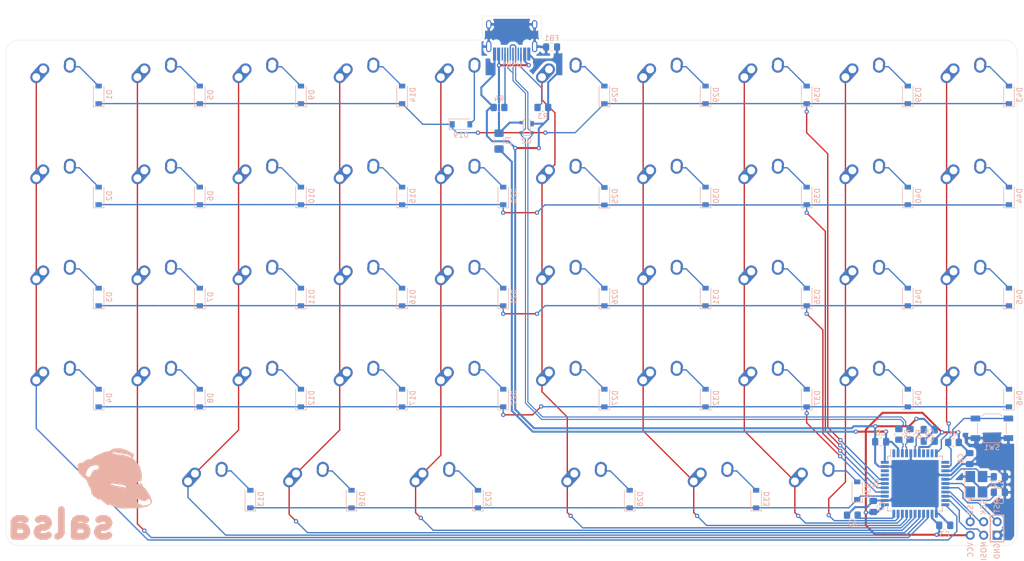
<source format=kicad_pcb>
(kicad_pcb (version 20171130) (host pcbnew "(5.1.12)-1")
  (layers (0 F.Cu signal) (31 B.Cu signal) (34 B.Paste user) (35 F.Paste user) (36 B.SilkS user) (37 F.SilkS user) (38 B.Mask user) (39 F.Mask user) (44 Edge.Cuts user))
  (net 0 "")
  (net 1 GND)
  (net 2 +5V)
  (net 3 "Net-(C4-Pad1)")
  (net 4 "Net-(D1-Pad2)")
  (net 5 ROW0)
  (net 6 "Net-(D2-Pad2)")
  (net 7 ROW1)
  (net 8 "Net-(D3-Pad2)")
  (net 9 ROW2)
  (net 10 "Net-(D4-Pad2)")
  (net 11 ROW3)
  (net 12 "Net-(D5-Pad2)")
  (net 13 "Net-(D6-Pad2)")
  (net 14 "Net-(D7-Pad2)")
  (net 15 "Net-(D8-Pad2)")
  (net 16 "Net-(D9-Pad2)")
  (net 17 "Net-(D10-Pad2)")
  (net 18 "Net-(D11-Pad2)")
  (net 19 "Net-(D12-Pad2)")
  (net 20 "Net-(D13-Pad2)")
  (net 21 ROW4)
  (net 22 "Net-(D14-Pad2)")
  (net 23 "Net-(D15-Pad2)")
  (net 24 "Net-(D16-Pad2)")
  (net 25 "Net-(D17-Pad2)")
  (net 26 "Net-(D18-Pad2)")
  (net 27 "Net-(D19-Pad2)")
  (net 28 "Net-(D20-Pad2)")
  (net 29 "Net-(D21-Pad2)")
  (net 30 "Net-(D22-Pad2)")
  (net 31 "Net-(D23-Pad2)")
  (net 32 "Net-(D24-Pad2)")
  (net 33 "Net-(D25-Pad2)")
  (net 34 "Net-(D26-Pad2)")
  (net 35 "Net-(D27-Pad2)")
  (net 36 "Net-(D28-Pad2)")
  (net 37 "Net-(D29-Pad2)")
  (net 38 "Net-(D30-Pad2)")
  (net 39 "Net-(D31-Pad2)")
  (net 40 "Net-(D32-Pad2)")
  (net 41 "Net-(D33-Pad2)")
  (net 42 "Net-(D34-Pad2)")
  (net 43 "Net-(D35-Pad2)")
  (net 44 "Net-(D36-Pad2)")
  (net 45 "Net-(D37-Pad2)")
  (net 46 "Net-(D38-Pad2)")
  (net 47 "Net-(D39-Pad2)")
  (net 48 "Net-(D40-Pad2)")
  (net 49 "Net-(D41-Pad2)")
  (net 50 "Net-(D42-Pad2)")
  (net 51 "Net-(D43-Pad2)")
  (net 52 "Net-(D44-Pad2)")
  (net 53 "Net-(D45-Pad2)")
  (net 54 "Net-(D46-Pad2)")
  (net 55 VCC)
  (net 56 COL0)
  (net 57 COL1)
  (net 58 COL2)
  (net 59 COL3)
  (net 60 COL4)
  (net 61 COL5)
  (net 62 COL6)
  (net 63 COL7)
  (net 64 COL8)
  (net 65 COL9)
  (net 66 D-)
  (net 67 D+)
  (net 68 "Net-(U1-Pad42)")
  (net 69 "Net-(U1-Pad12)")
  (net 70 "Net-(U1-Pad10)")
  (net 71 "Net-(U1-Pad8)")
  (net 72 "Net-(U1-Pad1)")
  (net 73 "Net-(C1-Pad1)")
  (net 74 "Net-(C2-Pad1)")
  (net 75 RST)
  (net 76 MOSI)
  (net 77 SCK)
  (net 78 MISO)
  (net 79 "Net-(R1-Pad2)")
  (net 80 "Net-(R2-Pad2)")
  (net 81 "Net-(R3-Pad1)")
  (net 82 "Net-(R4-Pad1)")
  (net 83 "Net-(USB1-Pad3)")
  (net 84 "Net-(USB1-Pad9)")
  (net 85 "Net-(U1-Pad41)")
  (net 86 "Net-(U1-Pad9)")
  (net 87 DN)
  (net 88 DP)
  (net 89 Earth)
  (module sasha-small:B.SilkS_layer1 (layer F.Cu) (at 38.1 87.3125)
    (fp_text reference G*** hide)
    (fp_text value LOGO hide)
  )
  (module Inductor_SMD:L_0805_2012Metric_Pad1.15x1.40mm_HandSolder (layer B.Cu) (at 124.206 22.733 180)
    (fp_text reference FB1 (at 0 1.65) (layer B.SilkS) (effects (justify mirror)))
    (fp_text value 60@100MHz)
    (pad 2 smd roundrect (at 1.025 0 180) (size 1.15 1.4) (layers B.Cu B.Paste B.Mask) (roundrect_rratio 0.2173904347826087) (net 89 Earth))
    (pad 1 smd roundrect (at -1.025 0 180) (size 1.15 1.4) (layers B.Cu B.Paste B.Mask) (roundrect_rratio 0.2173904347826087) (net 1 GND))
  )
  (module MX_Alps_Hybrid:MX-1U-NoLED (layer F.Cu) (at 202.40625 88.10625)
    (fp_text reference MX46)
    (fp_text value MX-NoLED)
    (pad "" np_thru_hole circle (at 5.08 0 48.0996) (size 1.75 1.75) (drill 1.75) (layers *.Cu *.Mask))
    (pad "" np_thru_hole circle (at -5.08 0 48.0996) (size 1.75 1.75) (drill 1.75) (layers *.Cu *.Mask))
    (pad 1 thru_hole circle (at -2.5 -4) (size 2.25 2.25) (drill 1.47) (layers *.Cu B.Mask) (net 65 COL9))
    (pad "" np_thru_hole circle (at 0 0) (size 3.9878 3.9878) (drill 3.9878) (layers *.Cu *.Mask))
    (pad 1 thru_hole oval (at -3.81 -2.54 48.0996) (size 4.211556 2.25) (drill 1.47 (offset 0.980778 0)) (layers *.Cu B.Mask) (net 65 COL9))
    (pad 2 thru_hole circle (at 2.54 -5.08) (size 2.25 2.25) (drill 1.47) (layers *.Cu B.Mask) (net 54 "Net-(D46-Pad2)"))
    (pad 2 thru_hole oval (at 2.5 -4.5 86.0548) (size 2.831378 2.25) (drill 1.47 (offset 0.290689 0)) (layers *.Cu B.Mask) (net 54 "Net-(D46-Pad2)"))
  )
  (module MX_Alps_Hybrid:MX-1U-NoLED (layer F.Cu) (at 78.58125 107.15625)
    (fp_text reference MX18)
    (fp_text value MX-NoLED)
    (pad "" np_thru_hole circle (at 5.08 0 48.0996) (size 1.75 1.75) (drill 1.75) (layers *.Cu *.Mask))
    (pad "" np_thru_hole circle (at -5.08 0 48.0996) (size 1.75 1.75) (drill 1.75) (layers *.Cu *.Mask))
    (pad 1 thru_hole circle (at -2.5 -4) (size 2.25 2.25) (drill 1.47) (layers *.Cu B.Mask) (net 59 COL3))
    (pad "" np_thru_hole circle (at 0 0) (size 3.9878 3.9878) (drill 3.9878) (layers *.Cu *.Mask))
    (pad 1 thru_hole oval (at -3.81 -2.54 48.0996) (size 4.211556 2.25) (drill 1.47 (offset 0.980778 0)) (layers *.Cu B.Mask) (net 59 COL3))
    (pad 2 thru_hole circle (at 2.54 -5.08) (size 2.25 2.25) (drill 1.47) (layers *.Cu B.Mask) (net 26 "Net-(D18-Pad2)"))
    (pad 2 thru_hole oval (at 2.5 -4.5 86.0548) (size 2.831378 2.25) (drill 1.47 (offset 0.290689 0)) (layers *.Cu B.Mask) (net 26 "Net-(D18-Pad2)"))
  )
  (module MX_Alps_Hybrid:MX-1U-NoLED (layer F.Cu) (at 107.15625 30.95625)
    (fp_text reference MX19)
    (fp_text value MX-NoLED)
    (pad "" np_thru_hole circle (at 5.08 0 48.0996) (size 1.75 1.75) (drill 1.75) (layers *.Cu *.Mask))
    (pad "" np_thru_hole circle (at -5.08 0 48.0996) (size 1.75 1.75) (drill 1.75) (layers *.Cu *.Mask))
    (pad 1 thru_hole circle (at -2.5 -4) (size 2.25 2.25) (drill 1.47) (layers *.Cu B.Mask) (net 60 COL4))
    (pad "" np_thru_hole circle (at 0 0) (size 3.9878 3.9878) (drill 3.9878) (layers *.Cu *.Mask))
    (pad 1 thru_hole oval (at -3.81 -2.54 48.0996) (size 4.211556 2.25) (drill 1.47 (offset 0.980778 0)) (layers *.Cu B.Mask) (net 60 COL4))
    (pad 2 thru_hole circle (at 2.54 -5.08) (size 2.25 2.25) (drill 1.47) (layers *.Cu B.Mask) (net 27 "Net-(D19-Pad2)"))
    (pad 2 thru_hole oval (at 2.5 -4.5 86.0548) (size 2.831378 2.25) (drill 1.47 (offset 0.290689 0)) (layers *.Cu B.Mask) (net 27 "Net-(D19-Pad2)"))
  )
  (module MX_Alps_Hybrid:MX-1U-NoLED (layer F.Cu) (at 126.20625 30.95625)
    (fp_text reference MX24)
    (fp_text value MX-NoLED)
    (pad "" np_thru_hole circle (at 5.08 0 48.0996) (size 1.75 1.75) (drill 1.75) (layers *.Cu *.Mask))
    (pad "" np_thru_hole circle (at -5.08 0 48.0996) (size 1.75 1.75) (drill 1.75) (layers *.Cu *.Mask))
    (pad 1 thru_hole circle (at -2.5 -4) (size 2.25 2.25) (drill 1.47) (layers *.Cu B.Mask) (net 61 COL5))
    (pad "" np_thru_hole circle (at 0 0) (size 3.9878 3.9878) (drill 3.9878) (layers *.Cu *.Mask))
    (pad 1 thru_hole oval (at -3.81 -2.54 48.0996) (size 4.211556 2.25) (drill 1.47 (offset 0.980778 0)) (layers *.Cu B.Mask) (net 61 COL5))
    (pad 2 thru_hole circle (at 2.54 -5.08) (size 2.25 2.25) (drill 1.47) (layers *.Cu B.Mask) (net 32 "Net-(D24-Pad2)"))
    (pad 2 thru_hole oval (at 2.5 -4.5 86.0548) (size 2.831378 2.25) (drill 1.47 (offset 0.290689 0)) (layers *.Cu B.Mask) (net 32 "Net-(D24-Pad2)"))
  )
  (module MX_Alps_Hybrid:MX-1U-NoLED (layer F.Cu) (at 183.35625 88.10625)
    (fp_text reference MX42)
    (fp_text value MX-NoLED)
    (pad "" np_thru_hole circle (at 5.08 0 48.0996) (size 1.75 1.75) (drill 1.75) (layers *.Cu *.Mask))
    (pad "" np_thru_hole circle (at -5.08 0 48.0996) (size 1.75 1.75) (drill 1.75) (layers *.Cu *.Mask))
    (pad 1 thru_hole circle (at -2.5 -4) (size 2.25 2.25) (drill 1.47) (layers *.Cu B.Mask) (net 64 COL8))
    (pad "" np_thru_hole circle (at 0 0) (size 3.9878 3.9878) (drill 3.9878) (layers *.Cu *.Mask))
    (pad 1 thru_hole oval (at -3.81 -2.54 48.0996) (size 4.211556 2.25) (drill 1.47 (offset 0.980778 0)) (layers *.Cu B.Mask) (net 64 COL8))
    (pad 2 thru_hole circle (at 2.54 -5.08) (size 2.25 2.25) (drill 1.47) (layers *.Cu B.Mask) (net 50 "Net-(D42-Pad2)"))
    (pad 2 thru_hole oval (at 2.5 -4.5 86.0548) (size 2.831378 2.25) (drill 1.47 (offset 0.290689 0)) (layers *.Cu B.Mask) (net 50 "Net-(D42-Pad2)"))
  )
  (module MX_Alps_Hybrid:MX-1U-NoLED (layer F.Cu) (at 183.35625 30.95625)
    (fp_text reference MX39)
    (fp_text value MX-NoLED)
    (pad "" np_thru_hole circle (at 5.08 0 48.0996) (size 1.75 1.75) (drill 1.75) (layers *.Cu *.Mask))
    (pad "" np_thru_hole circle (at -5.08 0 48.0996) (size 1.75 1.75) (drill 1.75) (layers *.Cu *.Mask))
    (pad 1 thru_hole circle (at -2.5 -4) (size 2.25 2.25) (drill 1.47) (layers *.Cu B.Mask) (net 64 COL8))
    (pad "" np_thru_hole circle (at 0 0) (size 3.9878 3.9878) (drill 3.9878) (layers *.Cu *.Mask))
    (pad 1 thru_hole oval (at -3.81 -2.54 48.0996) (size 4.211556 2.25) (drill 1.47 (offset 0.980778 0)) (layers *.Cu B.Mask) (net 64 COL8))
    (pad 2 thru_hole circle (at 2.54 -5.08) (size 2.25 2.25) (drill 1.47) (layers *.Cu B.Mask) (net 47 "Net-(D39-Pad2)"))
    (pad 2 thru_hole oval (at 2.5 -4.5 86.0548) (size 2.831378 2.25) (drill 1.47 (offset 0.290689 0)) (layers *.Cu B.Mask) (net 47 "Net-(D39-Pad2)"))
  )
  (module Crystal:Crystal_SMD_3225-4Pin_3.2x2.5mm_HandSoldering (layer B.Cu) (at 204.216 105.156 90)
    (fp_text reference Y1 (at 0 3.05 90) (layer B.SilkS) (effects (justify mirror)))
    (fp_text value 16MHz)
    (pad 1 smd rect (at -1.45 -1.15 90) (size 2.1 1.8) (layers B.Cu B.Paste B.Mask) (net 73 "Net-(C1-Pad1)"))
    (pad 2 smd rect (at 1.45 -1.15 90) (size 2.1 1.8) (layers B.Cu B.Paste B.Mask) (net 1 GND))
    (pad 3 smd rect (at 1.45 1.15 90) (size 2.1 1.8) (layers B.Cu B.Paste B.Mask) (net 74 "Net-(C2-Pad1)"))
    (pad 4 smd rect (at -1.45 1.15 90) (size 2.1 1.8) (layers B.Cu B.Paste B.Mask) (net 1 GND))
  )
  (module Type-C:HRO-TYPE-C-31-M-12-HandSoldering (layer B.Cu) (at 116.68125 15.875)
    (fp_text reference USB1 (at 0 10.2) (layer B.SilkS) (effects (justify mirror)))
    (fp_text value HRO-TYPE-C-31-M-12)
    (pad 12 smd rect (at 3.225 8.195) (size 0.6 2.45) (layers B.Cu B.Paste B.Mask) (net 1 GND))
    (pad 1 smd rect (at -3.225 8.195) (size 0.6 2.45) (layers B.Cu B.Paste B.Mask) (net 1 GND))
    (pad 11 smd rect (at 2.45 8.195) (size 0.6 2.45) (layers B.Cu B.Paste B.Mask) (net 55 VCC))
    (pad 2 smd rect (at -2.45 8.195) (size 0.6 2.45) (layers B.Cu B.Paste B.Mask) (net 55 VCC))
    (pad 3 smd rect (at -1.75 8.195) (size 0.3 2.45) (layers B.Cu B.Paste B.Mask) (net 83 "Net-(USB1-Pad3)"))
    (pad 10 smd rect (at 1.75 8.195) (size 0.3 2.45) (layers B.Cu B.Paste B.Mask) (net 81 "Net-(R3-Pad1)"))
    (pad 4 smd rect (at -1.25 8.195) (size 0.3 2.45) (layers B.Cu B.Paste B.Mask) (net 82 "Net-(R4-Pad1)"))
    (pad 9 smd rect (at 1.25 8.195) (size 0.3 2.45) (layers B.Cu B.Paste B.Mask) (net 84 "Net-(USB1-Pad9)"))
    (pad 5 smd rect (at -0.75 8.195) (size 0.3 2.45) (layers B.Cu B.Paste B.Mask) (net 87 DN))
    (pad 8 smd rect (at 0.75 8.195) (size 0.3 2.45) (layers B.Cu B.Paste B.Mask) (net 88 DP))
    (pad 7 smd rect (at 0.25 8.195) (size 0.3 2.45) (layers B.Cu B.Paste B.Mask) (net 87 DN))
    (pad 6 smd rect (at -0.25 8.195) (size 0.3 2.45) (layers B.Cu B.Paste B.Mask) (net 88 DP))
    (pad "" np_thru_hole circle (at 2.89 6.25) (size 0.65 0.65) (drill 0.65) (layers *.Cu *.Mask))
    (pad "" np_thru_hole circle (at -2.89 6.25) (size 0.65 0.65) (drill 0.65) (layers *.Cu *.Mask))
    (pad 13 thru_hole oval (at -4.32 6.78) (size 1 2.1) (drill oval 0.6 1.7) (layers *.Cu F.Mask) (net 89 Earth))
    (pad 13 thru_hole oval (at 4.32 6.78) (size 1 2.1) (drill oval 0.6 1.7) (layers *.Cu F.Mask) (net 89 Earth))
    (pad 13 thru_hole oval (at -4.32 2.6) (size 1 1.6) (drill oval 0.6 1.2) (layers *.Cu F.Mask) (net 89 Earth))
    (pad 13 thru_hole oval (at 4.32 2.6) (size 1 1.6) (drill oval 0.6 1.2) (layers *.Cu F.Mask) (net 89 Earth))
  )
  (module random-keyboard-parts:SOT143B (layer B.Cu) (at 119.507 37.94125 180)
    (fp_text reference U2 (at 0 -2.45) (layer B.SilkS) (effects (justify mirror)))
    (fp_text value PRTR5V0U2X)
    (pad 3 smd rect (at 1 -0.95 270) (size 0.6 0.7) (layers B.Cu B.Paste B.Mask) (net 87 DN))
    (pad 2 smd rect (at -1 -0.95 270) (size 0.6 0.7) (layers B.Cu B.Paste B.Mask) (net 88 DP))
    (pad 4 smd rect (at 1 0.95 270) (size 0.6 0.7) (layers B.Cu B.Paste B.Mask) (net 55 VCC))
    (pad 1 smd rect (at -1 0.75 270) (size 1 0.7) (layers B.Cu B.Paste B.Mask) (net 1 GND))
  )
  (module Package_QFP:TQFP-44_10x10mm_P0.8mm (layer B.Cu) (at 192.659 105.029 270)
    (fp_text reference U1 (at 0 7.45 90) (layer B.SilkS) (effects (justify mirror)))
    (fp_text value ATmega32U4-AU)
    (pad 1 smd rect (at -5.7 4 270) (size 1.5 0.55) (layers B.Cu B.Paste B.Mask) (net 72 "Net-(U1-Pad1)"))
    (pad 2 smd rect (at -5.7 3.2 270) (size 1.5 0.55) (layers B.Cu B.Paste B.Mask) (net 2 +5V))
    (pad 3 smd rect (at -5.7 2.4 270) (size 1.5 0.55) (layers B.Cu B.Paste B.Mask) (net 66 D-))
    (pad 4 smd rect (at -5.7 1.6 270) (size 1.5 0.55) (layers B.Cu B.Paste B.Mask) (net 67 D+))
    (pad 5 smd rect (at -5.7 0.8 270) (size 1.5 0.55) (layers B.Cu B.Paste B.Mask) (net 1 GND))
    (pad 6 smd rect (at -5.7 0 270) (size 1.5 0.55) (layers B.Cu B.Paste B.Mask) (net 3 "Net-(C4-Pad1)"))
    (pad 7 smd rect (at -5.7 -0.8 270) (size 1.5 0.55) (layers B.Cu B.Paste B.Mask) (net 2 +5V))
    (pad 8 smd rect (at -5.7 -1.6 270) (size 1.5 0.55) (layers B.Cu B.Paste B.Mask) (net 71 "Net-(U1-Pad8)"))
    (pad 9 smd rect (at -5.7 -2.4 270) (size 1.5 0.55) (layers B.Cu B.Paste B.Mask) (net 86 "Net-(U1-Pad9)"))
    (pad 10 smd rect (at -5.7 -3.2 270) (size 1.5 0.55) (layers B.Cu B.Paste B.Mask) (net 70 "Net-(U1-Pad10)"))
    (pad 11 smd rect (at -5.7 -4 270) (size 1.5 0.55) (layers B.Cu B.Paste B.Mask) (net 65 COL9))
    (pad 12 smd rect (at -4 -5.7 180) (size 1.5 0.55) (layers B.Cu B.Paste B.Mask) (net 69 "Net-(U1-Pad12)"))
    (pad 13 smd rect (at -3.2 -5.7 180) (size 1.5 0.55) (layers B.Cu B.Paste B.Mask) (net 79 "Net-(R1-Pad2)"))
    (pad 14 smd rect (at -2.4 -5.7 180) (size 1.5 0.55) (layers B.Cu B.Paste B.Mask) (net 2 +5V))
    (pad 15 smd rect (at -1.6 -5.7 180) (size 1.5 0.55) (layers B.Cu B.Paste B.Mask) (net 1 GND))
    (pad 16 smd rect (at -0.8 -5.7 180) (size 1.5 0.55) (layers B.Cu B.Paste B.Mask) (net 74 "Net-(C2-Pad1)"))
    (pad 17 smd rect (at 0 -5.7 180) (size 1.5 0.55) (layers B.Cu B.Paste B.Mask) (net 73 "Net-(C1-Pad1)"))
    (pad 18 smd rect (at 0.8 -5.7 180) (size 1.5 0.55) (layers B.Cu B.Paste B.Mask) (net 75 RST))
    (pad 19 smd rect (at 1.6 -5.7 180) (size 1.5 0.55) (layers B.Cu B.Paste B.Mask) (net 77 SCK))
    (pad 20 smd rect (at 2.4 -5.7 180) (size 1.5 0.55) (layers B.Cu B.Paste B.Mask) (net 78 MISO))
    (pad 21 smd rect (at 3.2 -5.7 180) (size 1.5 0.55) (layers B.Cu B.Paste B.Mask) (net 76 MOSI))
    (pad 22 smd rect (at 4 -5.7 180) (size 1.5 0.55) (layers B.Cu B.Paste B.Mask) (net 56 COL0))
    (pad 23 smd rect (at 5.7 -4 270) (size 1.5 0.55) (layers B.Cu B.Paste B.Mask) (net 1 GND))
    (pad 24 smd rect (at 5.7 -3.2 270) (size 1.5 0.55) (layers B.Cu B.Paste B.Mask) (net 2 +5V))
    (pad 25 smd rect (at 5.7 -2.4 270) (size 1.5 0.55) (layers B.Cu B.Paste B.Mask) (net 57 COL1))
    (pad 26 smd rect (at 5.7 -1.6 270) (size 1.5 0.55) (layers B.Cu B.Paste B.Mask) (net 58 COL2))
    (pad 27 smd rect (at 5.7 -0.8 270) (size 1.5 0.55) (layers B.Cu B.Paste B.Mask) (net 59 COL3))
    (pad 28 smd rect (at 5.7 0 270) (size 1.5 0.55) (layers B.Cu B.Paste B.Mask) (net 60 COL4))
    (pad 29 smd rect (at 5.7 0.8 270) (size 1.5 0.55) (layers B.Cu B.Paste B.Mask) (net 61 COL5))
    (pad 30 smd rect (at 5.7 1.6 270) (size 1.5 0.55) (layers B.Cu B.Paste B.Mask) (net 62 COL6))
    (pad 31 smd rect (at 5.7 2.4 270) (size 1.5 0.55) (layers B.Cu B.Paste B.Mask) (net 63 COL7))
    (pad 32 smd rect (at 5.7 3.2 270) (size 1.5 0.55) (layers B.Cu B.Paste B.Mask) (net 64 COL8))
    (pad 33 smd rect (at 5.7 4 270) (size 1.5 0.55) (layers B.Cu B.Paste B.Mask) (net 80 "Net-(R2-Pad2)"))
    (pad 34 smd rect (at 4 5.7 180) (size 1.5 0.55) (layers B.Cu B.Paste B.Mask) (net 2 +5V))
    (pad 35 smd rect (at 3.2 5.7 180) (size 1.5 0.55) (layers B.Cu B.Paste B.Mask) (net 1 GND))
    (pad 36 smd rect (at 2.4 5.7 180) (size 1.5 0.55) (layers B.Cu B.Paste B.Mask) (net 21 ROW4))
    (pad 37 smd rect (at 1.6 5.7 180) (size 1.5 0.55) (layers B.Cu B.Paste B.Mask) (net 11 ROW3))
    (pad 38 smd rect (at 0.8 5.7 180) (size 1.5 0.55) (layers B.Cu B.Paste B.Mask) (net 9 ROW2))
    (pad 39 smd rect (at 0 5.7 180) (size 1.5 0.55) (layers B.Cu B.Paste B.Mask) (net 7 ROW1))
    (pad 40 smd rect (at -0.8 5.7 180) (size 1.5 0.55) (layers B.Cu B.Paste B.Mask) (net 5 ROW0))
    (pad 41 smd rect (at -1.6 5.7 180) (size 1.5 0.55) (layers B.Cu B.Paste B.Mask) (net 85 "Net-(U1-Pad41)"))
    (pad 42 smd rect (at -2.4 5.7 180) (size 1.5 0.55) (layers B.Cu B.Paste B.Mask) (net 68 "Net-(U1-Pad42)"))
    (pad 43 smd rect (at -3.2 5.7 180) (size 1.5 0.55) (layers B.Cu B.Paste B.Mask) (net 1 GND))
    (pad 44 smd rect (at -4 5.7 180) (size 1.5 0.55) (layers B.Cu B.Paste B.Mask) (net 2 +5V))
  )
  (module Button_Switch_SMD:SW_SPST_SKQG_WithStem (layer B.Cu) (at 207.137 94.615)
    (fp_text reference SW1 (at 0 3.6) (layer B.SilkS) (effects (justify mirror)))
    (fp_text value SW_Push)
    (pad 2 smd rect (at 3.1 -1.85) (size 1.8 1.1) (layers B.Cu B.Paste B.Mask) (net 79 "Net-(R1-Pad2)"))
    (pad 2 smd rect (at -3.1 -1.85) (size 1.8 1.1) (layers B.Cu B.Paste B.Mask) (net 79 "Net-(R1-Pad2)"))
    (pad 1 smd rect (at 3.1 1.85) (size 1.8 1.1) (layers B.Cu B.Paste B.Mask) (net 1 GND))
    (pad 1 smd rect (at -3.1 1.85) (size 1.8 1.1) (layers B.Cu B.Paste B.Mask) (net 1 GND))
  )
  (module Resistor_SMD:R_0805_2012Metric_Pad1.20x1.40mm_HandSolder (layer B.Cu) (at 191.707 95.758 90)
    (fp_text reference R6 (at 0 1.65 90) (layer B.SilkS) (effects (justify mirror)))
    (fp_text value 22)
    (pad 1 smd roundrect (at -1 0 90) (size 1.2 1.4) (layers B.Cu B.Paste B.Mask) (roundrect_rratio 0.2083325) (net 67 D+))
    (pad 2 smd roundrect (at 1 0 90) (size 1.2 1.4) (layers B.Cu B.Paste B.Mask) (roundrect_rratio 0.2083325) (net 88 DP))
  )
  (module Resistor_SMD:R_0805_2012Metric_Pad1.20x1.40mm_HandSolder (layer B.Cu) (at 189.611 95.758 90)
    (fp_text reference R5 (at 0 1.65 90) (layer B.SilkS) (effects (justify mirror)))
    (fp_text value 22)
    (pad 1 smd roundrect (at -1 0 90) (size 1.2 1.4) (layers B.Cu B.Paste B.Mask) (roundrect_rratio 0.2083325) (net 66 D-))
    (pad 2 smd roundrect (at 1 0 90) (size 1.2 1.4) (layers B.Cu B.Paste B.Mask) (roundrect_rratio 0.2083325) (net 87 DN))
  )
  (module Resistor_SMD:R_0805_2012Metric_Pad1.20x1.40mm_HandSolder (layer B.Cu) (at 114.3 34.13125 180)
    (fp_text reference R4 (at 0 1.65) (layer B.SilkS) (effects (justify mirror)))
    (fp_text value 5.1k)
    (pad 2 smd roundrect (at 1 0 180) (size 1.2 1.4) (layers B.Cu B.Paste B.Mask) (roundrect_rratio 0.2083325) (net 1 GND))
    (pad 1 smd roundrect (at -1 0 180) (size 1.2 1.4) (layers B.Cu B.Paste B.Mask) (roundrect_rratio 0.2083325) (net 82 "Net-(R4-Pad1)"))
  )
  (module Resistor_SMD:R_0805_2012Metric_Pad1.20x1.40mm_HandSolder (layer B.Cu) (at 122.555 34.13125)
    (fp_text reference R3 (at 0 1.65) (layer B.SilkS) (effects (justify mirror)))
    (fp_text value 5.1k)
    (pad 2 smd roundrect (at 1 0) (size 1.2 1.4) (layers B.Cu B.Paste B.Mask) (roundrect_rratio 0.2083325) (net 1 GND))
    (pad 1 smd roundrect (at -1 0) (size 1.2 1.4) (layers B.Cu B.Paste B.Mask) (roundrect_rratio 0.2083325) (net 81 "Net-(R3-Pad1)"))
  )
  (module Resistor_SMD:R_0805_2012Metric_Pad1.20x1.40mm_HandSolder (layer B.Cu) (at 180.848 110.998)
    (fp_text reference R2 (at 0 1.65) (layer B.SilkS) (effects (justify mirror)))
    (fp_text value 10k)
    (pad 1 smd roundrect (at -1 0) (size 1.2 1.4) (layers B.Cu B.Paste B.Mask) (roundrect_rratio 0.2083325) (net 1 GND))
    (pad 2 smd roundrect (at 1 0) (size 1.2 1.4) (layers B.Cu B.Paste B.Mask) (roundrect_rratio 0.2083325) (net 80 "Net-(R2-Pad2)"))
  )
  (module Resistor_SMD:R_0805_2012Metric_Pad1.20x1.40mm_HandSolder (layer B.Cu) (at 199.898 97.282 180)
    (fp_text reference R1 (at 0 1.65) (layer B.SilkS) (effects (justify mirror)))
    (fp_text value 10k)
    (pad 1 smd roundrect (at -1 0 180) (size 1.2 1.4) (layers B.Cu B.Paste B.Mask) (roundrect_rratio 0.2083325) (net 2 +5V))
    (pad 2 smd roundrect (at 1 0 180) (size 1.2 1.4) (layers B.Cu B.Paste B.Mask) (roundrect_rratio 0.2083325) (net 79 "Net-(R1-Pad2)"))
  )
  (module MX_Alps_Hybrid:MX-1U-NoLED (layer F.Cu) (at 202.40625 69.05625)
    (fp_text reference MX45)
    (fp_text value MX-NoLED)
    (pad "" np_thru_hole circle (at 5.08 0 48.0996) (size 1.75 1.75) (drill 1.75) (layers *.Cu *.Mask))
    (pad "" np_thru_hole circle (at -5.08 0 48.0996) (size 1.75 1.75) (drill 1.75) (layers *.Cu *.Mask))
    (pad 1 thru_hole circle (at -2.5 -4) (size 2.25 2.25) (drill 1.47) (layers *.Cu B.Mask) (net 65 COL9))
    (pad "" np_thru_hole circle (at 0 0) (size 3.9878 3.9878) (drill 3.9878) (layers *.Cu *.Mask))
    (pad 1 thru_hole oval (at -3.81 -2.54 48.0996) (size 4.211556 2.25) (drill 1.47 (offset 0.980778 0)) (layers *.Cu B.Mask) (net 65 COL9))
    (pad 2 thru_hole circle (at 2.54 -5.08) (size 2.25 2.25) (drill 1.47) (layers *.Cu B.Mask) (net 53 "Net-(D45-Pad2)"))
    (pad 2 thru_hole oval (at 2.5 -4.5 86.0548) (size 2.831378 2.25) (drill 1.47 (offset 0.290689 0)) (layers *.Cu B.Mask) (net 53 "Net-(D45-Pad2)"))
  )
  (module MX_Alps_Hybrid:MX-1U-NoLED (layer F.Cu) (at 202.40625 50.00625)
    (fp_text reference MX44)
    (fp_text value MX-NoLED)
    (pad "" np_thru_hole circle (at 5.08 0 48.0996) (size 1.75 1.75) (drill 1.75) (layers *.Cu *.Mask))
    (pad "" np_thru_hole circle (at -5.08 0 48.0996) (size 1.75 1.75) (drill 1.75) (layers *.Cu *.Mask))
    (pad 1 thru_hole circle (at -2.5 -4) (size 2.25 2.25) (drill 1.47) (layers *.Cu B.Mask) (net 65 COL9))
    (pad "" np_thru_hole circle (at 0 0) (size 3.9878 3.9878) (drill 3.9878) (layers *.Cu *.Mask))
    (pad 1 thru_hole oval (at -3.81 -2.54 48.0996) (size 4.211556 2.25) (drill 1.47 (offset 0.980778 0)) (layers *.Cu B.Mask) (net 65 COL9))
    (pad 2 thru_hole circle (at 2.54 -5.08) (size 2.25 2.25) (drill 1.47) (layers *.Cu B.Mask) (net 52 "Net-(D44-Pad2)"))
    (pad 2 thru_hole oval (at 2.5 -4.5 86.0548) (size 2.831378 2.25) (drill 1.47 (offset 0.290689 0)) (layers *.Cu B.Mask) (net 52 "Net-(D44-Pad2)"))
  )
  (module MX_Alps_Hybrid:MX-1U-NoLED (layer F.Cu) (at 202.40625 30.95625)
    (fp_text reference MX43)
    (fp_text value MX-NoLED)
    (pad "" np_thru_hole circle (at 5.08 0 48.0996) (size 1.75 1.75) (drill 1.75) (layers *.Cu *.Mask))
    (pad "" np_thru_hole circle (at -5.08 0 48.0996) (size 1.75 1.75) (drill 1.75) (layers *.Cu *.Mask))
    (pad 1 thru_hole circle (at -2.5 -4) (size 2.25 2.25) (drill 1.47) (layers *.Cu B.Mask) (net 65 COL9))
    (pad "" np_thru_hole circle (at 0 0) (size 3.9878 3.9878) (drill 3.9878) (layers *.Cu *.Mask))
    (pad 1 thru_hole oval (at -3.81 -2.54 48.0996) (size 4.211556 2.25) (drill 1.47 (offset 0.980778 0)) (layers *.Cu B.Mask) (net 65 COL9))
    (pad 2 thru_hole circle (at 2.54 -5.08) (size 2.25 2.25) (drill 1.47) (layers *.Cu B.Mask) (net 51 "Net-(D43-Pad2)"))
    (pad 2 thru_hole oval (at 2.5 -4.5 86.0548) (size 2.831378 2.25) (drill 1.47 (offset 0.290689 0)) (layers *.Cu B.Mask) (net 51 "Net-(D43-Pad2)"))
  )
  (module MX_Alps_Hybrid:MX-1U-NoLED (layer F.Cu) (at 183.35625 69.05625)
    (fp_text reference MX41)
    (fp_text value MX-NoLED)
    (pad "" np_thru_hole circle (at 5.08 0 48.0996) (size 1.75 1.75) (drill 1.75) (layers *.Cu *.Mask))
    (pad "" np_thru_hole circle (at -5.08 0 48.0996) (size 1.75 1.75) (drill 1.75) (layers *.Cu *.Mask))
    (pad 1 thru_hole circle (at -2.5 -4) (size 2.25 2.25) (drill 1.47) (layers *.Cu B.Mask) (net 64 COL8))
    (pad "" np_thru_hole circle (at 0 0) (size 3.9878 3.9878) (drill 3.9878) (layers *.Cu *.Mask))
    (pad 1 thru_hole oval (at -3.81 -2.54 48.0996) (size 4.211556 2.25) (drill 1.47 (offset 0.980778 0)) (layers *.Cu B.Mask) (net 64 COL8))
    (pad 2 thru_hole circle (at 2.54 -5.08) (size 2.25 2.25) (drill 1.47) (layers *.Cu B.Mask) (net 49 "Net-(D41-Pad2)"))
    (pad 2 thru_hole oval (at 2.5 -4.5 86.0548) (size 2.831378 2.25) (drill 1.47 (offset 0.290689 0)) (layers *.Cu B.Mask) (net 49 "Net-(D41-Pad2)"))
  )
  (module MX_Alps_Hybrid:MX-1U-NoLED (layer F.Cu) (at 183.35625 50.00625)
    (fp_text reference MX40)
    (fp_text value MX-NoLED)
    (pad "" np_thru_hole circle (at 5.08 0 48.0996) (size 1.75 1.75) (drill 1.75) (layers *.Cu *.Mask))
    (pad "" np_thru_hole circle (at -5.08 0 48.0996) (size 1.75 1.75) (drill 1.75) (layers *.Cu *.Mask))
    (pad 1 thru_hole circle (at -2.5 -4) (size 2.25 2.25) (drill 1.47) (layers *.Cu B.Mask) (net 64 COL8))
    (pad "" np_thru_hole circle (at 0 0) (size 3.9878 3.9878) (drill 3.9878) (layers *.Cu *.Mask))
    (pad 1 thru_hole oval (at -3.81 -2.54 48.0996) (size 4.211556 2.25) (drill 1.47 (offset 0.980778 0)) (layers *.Cu B.Mask) (net 64 COL8))
    (pad 2 thru_hole circle (at 2.54 -5.08) (size 2.25 2.25) (drill 1.47) (layers *.Cu B.Mask) (net 48 "Net-(D40-Pad2)"))
    (pad 2 thru_hole oval (at 2.5 -4.5 86.0548) (size 2.831378 2.25) (drill 1.47 (offset 0.290689 0)) (layers *.Cu B.Mask) (net 48 "Net-(D40-Pad2)"))
  )
  (module MX_Alps_Hybrid:MX-1U-NoLED (layer F.Cu) (at 173.83125 107.15625)
    (fp_text reference MX38)
    (fp_text value MX-NoLED)
    (pad "" np_thru_hole circle (at 5.08 0 48.0996) (size 1.75 1.75) (drill 1.75) (layers *.Cu *.Mask))
    (pad "" np_thru_hole circle (at -5.08 0 48.0996) (size 1.75 1.75) (drill 1.75) (layers *.Cu *.Mask))
    (pad 1 thru_hole circle (at -2.5 -4) (size 2.25 2.25) (drill 1.47) (layers *.Cu B.Mask) (net 63 COL7))
    (pad "" np_thru_hole circle (at 0 0) (size 3.9878 3.9878) (drill 3.9878) (layers *.Cu *.Mask))
    (pad 1 thru_hole oval (at -3.81 -2.54 48.0996) (size 4.211556 2.25) (drill 1.47 (offset 0.980778 0)) (layers *.Cu B.Mask) (net 63 COL7))
    (pad 2 thru_hole circle (at 2.54 -5.08) (size 2.25 2.25) (drill 1.47) (layers *.Cu B.Mask) (net 46 "Net-(D38-Pad2)"))
    (pad 2 thru_hole oval (at 2.5 -4.5 86.0548) (size 2.831378 2.25) (drill 1.47 (offset 0.290689 0)) (layers *.Cu B.Mask) (net 46 "Net-(D38-Pad2)"))
  )
  (module MX_Alps_Hybrid:MX-1U-NoLED (layer F.Cu) (at 164.30625 88.10625)
    (fp_text reference MX37)
    (fp_text value MX-NoLED)
    (pad "" np_thru_hole circle (at 5.08 0 48.0996) (size 1.75 1.75) (drill 1.75) (layers *.Cu *.Mask))
    (pad "" np_thru_hole circle (at -5.08 0 48.0996) (size 1.75 1.75) (drill 1.75) (layers *.Cu *.Mask))
    (pad 1 thru_hole circle (at -2.5 -4) (size 2.25 2.25) (drill 1.47) (layers *.Cu B.Mask) (net 63 COL7))
    (pad "" np_thru_hole circle (at 0 0) (size 3.9878 3.9878) (drill 3.9878) (layers *.Cu *.Mask))
    (pad 1 thru_hole oval (at -3.81 -2.54 48.0996) (size 4.211556 2.25) (drill 1.47 (offset 0.980778 0)) (layers *.Cu B.Mask) (net 63 COL7))
    (pad 2 thru_hole circle (at 2.54 -5.08) (size 2.25 2.25) (drill 1.47) (layers *.Cu B.Mask) (net 45 "Net-(D37-Pad2)"))
    (pad 2 thru_hole oval (at 2.5 -4.5 86.0548) (size 2.831378 2.25) (drill 1.47 (offset 0.290689 0)) (layers *.Cu B.Mask) (net 45 "Net-(D37-Pad2)"))
  )
  (module MX_Alps_Hybrid:MX-1U-NoLED (layer F.Cu) (at 164.30625 69.05625)
    (fp_text reference MX36)
    (fp_text value MX-NoLED)
    (pad "" np_thru_hole circle (at 5.08 0 48.0996) (size 1.75 1.75) (drill 1.75) (layers *.Cu *.Mask))
    (pad "" np_thru_hole circle (at -5.08 0 48.0996) (size 1.75 1.75) (drill 1.75) (layers *.Cu *.Mask))
    (pad 1 thru_hole circle (at -2.5 -4) (size 2.25 2.25) (drill 1.47) (layers *.Cu B.Mask) (net 63 COL7))
    (pad "" np_thru_hole circle (at 0 0) (size 3.9878 3.9878) (drill 3.9878) (layers *.Cu *.Mask))
    (pad 1 thru_hole oval (at -3.81 -2.54 48.0996) (size 4.211556 2.25) (drill 1.47 (offset 0.980778 0)) (layers *.Cu B.Mask) (net 63 COL7))
    (pad 2 thru_hole circle (at 2.54 -5.08) (size 2.25 2.25) (drill 1.47) (layers *.Cu B.Mask) (net 44 "Net-(D36-Pad2)"))
    (pad 2 thru_hole oval (at 2.5 -4.5 86.0548) (size 2.831378 2.25) (drill 1.47 (offset 0.290689 0)) (layers *.Cu B.Mask) (net 44 "Net-(D36-Pad2)"))
  )
  (module MX_Alps_Hybrid:MX-1U-NoLED (layer F.Cu) (at 164.30625 50.00625)
    (fp_text reference MX35)
    (fp_text value MX-NoLED)
    (pad "" np_thru_hole circle (at 5.08 0 48.0996) (size 1.75 1.75) (drill 1.75) (layers *.Cu *.Mask))
    (pad "" np_thru_hole circle (at -5.08 0 48.0996) (size 1.75 1.75) (drill 1.75) (layers *.Cu *.Mask))
    (pad 1 thru_hole circle (at -2.5 -4) (size 2.25 2.25) (drill 1.47) (layers *.Cu B.Mask) (net 63 COL7))
    (pad "" np_thru_hole circle (at 0 0) (size 3.9878 3.9878) (drill 3.9878) (layers *.Cu *.Mask))
    (pad 1 thru_hole oval (at -3.81 -2.54 48.0996) (size 4.211556 2.25) (drill 1.47 (offset 0.980778 0)) (layers *.Cu B.Mask) (net 63 COL7))
    (pad 2 thru_hole circle (at 2.54 -5.08) (size 2.25 2.25) (drill 1.47) (layers *.Cu B.Mask) (net 43 "Net-(D35-Pad2)"))
    (pad 2 thru_hole oval (at 2.5 -4.5 86.0548) (size 2.831378 2.25) (drill 1.47 (offset 0.290689 0)) (layers *.Cu B.Mask) (net 43 "Net-(D35-Pad2)"))
  )
  (module MX_Alps_Hybrid:MX-1U-NoLED (layer F.Cu) (at 164.30625 30.95625)
    (fp_text reference MX34)
    (fp_text value MX-NoLED)
    (pad "" np_thru_hole circle (at 5.08 0 48.0996) (size 1.75 1.75) (drill 1.75) (layers *.Cu *.Mask))
    (pad "" np_thru_hole circle (at -5.08 0 48.0996) (size 1.75 1.75) (drill 1.75) (layers *.Cu *.Mask))
    (pad 1 thru_hole circle (at -2.5 -4) (size 2.25 2.25) (drill 1.47) (layers *.Cu B.Mask) (net 63 COL7))
    (pad "" np_thru_hole circle (at 0 0) (size 3.9878 3.9878) (drill 3.9878) (layers *.Cu *.Mask))
    (pad 1 thru_hole oval (at -3.81 -2.54 48.0996) (size 4.211556 2.25) (drill 1.47 (offset 0.980778 0)) (layers *.Cu B.Mask) (net 63 COL7))
    (pad 2 thru_hole circle (at 2.54 -5.08) (size 2.25 2.25) (drill 1.47) (layers *.Cu B.Mask) (net 42 "Net-(D34-Pad2)"))
    (pad 2 thru_hole oval (at 2.5 -4.5 86.0548) (size 2.831378 2.25) (drill 1.47 (offset 0.290689 0)) (layers *.Cu B.Mask) (net 42 "Net-(D34-Pad2)"))
  )
  (module MX_Alps_Hybrid:MX-1U-NoLED (layer F.Cu) (at 154.78125 107.15625)
    (fp_text reference MX33)
    (fp_text value MX-NoLED)
    (pad "" np_thru_hole circle (at 5.08 0 48.0996) (size 1.75 1.75) (drill 1.75) (layers *.Cu *.Mask))
    (pad "" np_thru_hole circle (at -5.08 0 48.0996) (size 1.75 1.75) (drill 1.75) (layers *.Cu *.Mask))
    (pad 1 thru_hole circle (at -2.5 -4) (size 2.25 2.25) (drill 1.47) (layers *.Cu B.Mask) (net 62 COL6))
    (pad "" np_thru_hole circle (at 0 0) (size 3.9878 3.9878) (drill 3.9878) (layers *.Cu *.Mask))
    (pad 1 thru_hole oval (at -3.81 -2.54 48.0996) (size 4.211556 2.25) (drill 1.47 (offset 0.980778 0)) (layers *.Cu B.Mask) (net 62 COL6))
    (pad 2 thru_hole circle (at 2.54 -5.08) (size 2.25 2.25) (drill 1.47) (layers *.Cu B.Mask) (net 41 "Net-(D33-Pad2)"))
    (pad 2 thru_hole oval (at 2.5 -4.5 86.0548) (size 2.831378 2.25) (drill 1.47 (offset 0.290689 0)) (layers *.Cu B.Mask) (net 41 "Net-(D33-Pad2)"))
  )
  (module MX_Alps_Hybrid:MX-1U-NoLED (layer F.Cu) (at 145.25625 88.10625)
    (fp_text reference MX32)
    (fp_text value MX-NoLED)
    (pad "" np_thru_hole circle (at 5.08 0 48.0996) (size 1.75 1.75) (drill 1.75) (layers *.Cu *.Mask))
    (pad "" np_thru_hole circle (at -5.08 0 48.0996) (size 1.75 1.75) (drill 1.75) (layers *.Cu *.Mask))
    (pad 1 thru_hole circle (at -2.5 -4) (size 2.25 2.25) (drill 1.47) (layers *.Cu B.Mask) (net 62 COL6))
    (pad "" np_thru_hole circle (at 0 0) (size 3.9878 3.9878) (drill 3.9878) (layers *.Cu *.Mask))
    (pad 1 thru_hole oval (at -3.81 -2.54 48.0996) (size 4.211556 2.25) (drill 1.47 (offset 0.980778 0)) (layers *.Cu B.Mask) (net 62 COL6))
    (pad 2 thru_hole circle (at 2.54 -5.08) (size 2.25 2.25) (drill 1.47) (layers *.Cu B.Mask) (net 40 "Net-(D32-Pad2)"))
    (pad 2 thru_hole oval (at 2.5 -4.5 86.0548) (size 2.831378 2.25) (drill 1.47 (offset 0.290689 0)) (layers *.Cu B.Mask) (net 40 "Net-(D32-Pad2)"))
  )
  (module MX_Alps_Hybrid:MX-1U-NoLED (layer F.Cu) (at 145.25625 69.05625)
    (fp_text reference MX31)
    (fp_text value MX-NoLED)
    (pad "" np_thru_hole circle (at 5.08 0 48.0996) (size 1.75 1.75) (drill 1.75) (layers *.Cu *.Mask))
    (pad "" np_thru_hole circle (at -5.08 0 48.0996) (size 1.75 1.75) (drill 1.75) (layers *.Cu *.Mask))
    (pad 1 thru_hole circle (at -2.5 -4) (size 2.25 2.25) (drill 1.47) (layers *.Cu B.Mask) (net 62 COL6))
    (pad "" np_thru_hole circle (at 0 0) (size 3.9878 3.9878) (drill 3.9878) (layers *.Cu *.Mask))
    (pad 1 thru_hole oval (at -3.81 -2.54 48.0996) (size 4.211556 2.25) (drill 1.47 (offset 0.980778 0)) (layers *.Cu B.Mask) (net 62 COL6))
    (pad 2 thru_hole circle (at 2.54 -5.08) (size 2.25 2.25) (drill 1.47) (layers *.Cu B.Mask) (net 39 "Net-(D31-Pad2)"))
    (pad 2 thru_hole oval (at 2.5 -4.5 86.0548) (size 2.831378 2.25) (drill 1.47 (offset 0.290689 0)) (layers *.Cu B.Mask) (net 39 "Net-(D31-Pad2)"))
  )
  (module MX_Alps_Hybrid:MX-1U-NoLED (layer F.Cu) (at 145.25625 50.00625)
    (fp_text reference MX30)
    (fp_text value MX-NoLED)
    (pad "" np_thru_hole circle (at 5.08 0 48.0996) (size 1.75 1.75) (drill 1.75) (layers *.Cu *.Mask))
    (pad "" np_thru_hole circle (at -5.08 0 48.0996) (size 1.75 1.75) (drill 1.75) (layers *.Cu *.Mask))
    (pad 1 thru_hole circle (at -2.5 -4) (size 2.25 2.25) (drill 1.47) (layers *.Cu B.Mask) (net 62 COL6))
    (pad "" np_thru_hole circle (at 0 0) (size 3.9878 3.9878) (drill 3.9878) (layers *.Cu *.Mask))
    (pad 1 thru_hole oval (at -3.81 -2.54 48.0996) (size 4.211556 2.25) (drill 1.47 (offset 0.980778 0)) (layers *.Cu B.Mask) (net 62 COL6))
    (pad 2 thru_hole circle (at 2.54 -5.08) (size 2.25 2.25) (drill 1.47) (layers *.Cu B.Mask) (net 38 "Net-(D30-Pad2)"))
    (pad 2 thru_hole oval (at 2.5 -4.5 86.0548) (size 2.831378 2.25) (drill 1.47 (offset 0.290689 0)) (layers *.Cu B.Mask) (net 38 "Net-(D30-Pad2)"))
  )
  (module MX_Alps_Hybrid:MX-1U-NoLED (layer F.Cu) (at 145.25625 30.95625)
    (fp_text reference MX29)
    (fp_text value MX-NoLED)
    (pad "" np_thru_hole circle (at 5.08 0 48.0996) (size 1.75 1.75) (drill 1.75) (layers *.Cu *.Mask))
    (pad "" np_thru_hole circle (at -5.08 0 48.0996) (size 1.75 1.75) (drill 1.75) (layers *.Cu *.Mask))
    (pad 1 thru_hole circle (at -2.5 -4) (size 2.25 2.25) (drill 1.47) (layers *.Cu B.Mask) (net 62 COL6))
    (pad "" np_thru_hole circle (at 0 0) (size 3.9878 3.9878) (drill 3.9878) (layers *.Cu *.Mask))
    (pad 1 thru_hole oval (at -3.81 -2.54 48.0996) (size 4.211556 2.25) (drill 1.47 (offset 0.980778 0)) (layers *.Cu B.Mask) (net 62 COL6))
    (pad 2 thru_hole circle (at 2.54 -5.08) (size 2.25 2.25) (drill 1.47) (layers *.Cu B.Mask) (net 37 "Net-(D29-Pad2)"))
    (pad 2 thru_hole oval (at 2.5 -4.5 86.0548) (size 2.831378 2.25) (drill 1.47 (offset 0.290689 0)) (layers *.Cu B.Mask) (net 37 "Net-(D29-Pad2)"))
  )
  (module MX_Alps_Hybrid:MX-1.5U-NoLED (layer F.Cu) (at 130.96875 107.15625)
    (fp_text reference MX28)
    (fp_text value MX-NoLED)
    (pad "" np_thru_hole circle (at 5.08 0 48.0996) (size 1.75 1.75) (drill 1.75) (layers *.Cu *.Mask))
    (pad "" np_thru_hole circle (at -5.08 0 48.0996) (size 1.75 1.75) (drill 1.75) (layers *.Cu *.Mask))
    (pad 1 thru_hole circle (at -2.5 -4) (size 2.25 2.25) (drill 1.47) (layers *.Cu B.Mask) (net 61 COL5))
    (pad "" np_thru_hole circle (at 0 0) (size 3.9878 3.9878) (drill 3.9878) (layers *.Cu *.Mask))
    (pad 1 thru_hole oval (at -3.81 -2.54 48.0996) (size 4.211556 2.25) (drill 1.47 (offset 0.980778 0)) (layers *.Cu B.Mask) (net 61 COL5))
    (pad 2 thru_hole circle (at 2.54 -5.08) (size 2.25 2.25) (drill 1.47) (layers *.Cu B.Mask) (net 36 "Net-(D28-Pad2)"))
    (pad 2 thru_hole oval (at 2.5 -4.5 86.0548) (size 2.831378 2.25) (drill 1.47 (offset 0.290689 0)) (layers *.Cu B.Mask) (net 36 "Net-(D28-Pad2)"))
  )
  (module MX_Alps_Hybrid:MX-1U-NoLED (layer F.Cu) (at 126.20625 88.10625)
    (fp_text reference MX27)
    (fp_text value MX-NoLED)
    (pad "" np_thru_hole circle (at 5.08 0 48.0996) (size 1.75 1.75) (drill 1.75) (layers *.Cu *.Mask))
    (pad "" np_thru_hole circle (at -5.08 0 48.0996) (size 1.75 1.75) (drill 1.75) (layers *.Cu *.Mask))
    (pad 1 thru_hole circle (at -2.5 -4) (size 2.25 2.25) (drill 1.47) (layers *.Cu B.Mask) (net 61 COL5))
    (pad "" np_thru_hole circle (at 0 0) (size 3.9878 3.9878) (drill 3.9878) (layers *.Cu *.Mask))
    (pad 1 thru_hole oval (at -3.81 -2.54 48.0996) (size 4.211556 2.25) (drill 1.47 (offset 0.980778 0)) (layers *.Cu B.Mask) (net 61 COL5))
    (pad 2 thru_hole circle (at 2.54 -5.08) (size 2.25 2.25) (drill 1.47) (layers *.Cu B.Mask) (net 35 "Net-(D27-Pad2)"))
    (pad 2 thru_hole oval (at 2.5 -4.5 86.0548) (size 2.831378 2.25) (drill 1.47 (offset 0.290689 0)) (layers *.Cu B.Mask) (net 35 "Net-(D27-Pad2)"))
  )
  (module MX_Alps_Hybrid:MX-1U-NoLED (layer F.Cu) (at 126.20625 69.05625)
    (fp_text reference MX26)
    (fp_text value MX-NoLED)
    (pad "" np_thru_hole circle (at 5.08 0 48.0996) (size 1.75 1.75) (drill 1.75) (layers *.Cu *.Mask))
    (pad "" np_thru_hole circle (at -5.08 0 48.0996) (size 1.75 1.75) (drill 1.75) (layers *.Cu *.Mask))
    (pad 1 thru_hole circle (at -2.5 -4) (size 2.25 2.25) (drill 1.47) (layers *.Cu B.Mask) (net 61 COL5))
    (pad "" np_thru_hole circle (at 0 0) (size 3.9878 3.9878) (drill 3.9878) (layers *.Cu *.Mask))
    (pad 1 thru_hole oval (at -3.81 -2.54 48.0996) (size 4.211556 2.25) (drill 1.47 (offset 0.980778 0)) (layers *.Cu B.Mask) (net 61 COL5))
    (pad 2 thru_hole circle (at 2.54 -5.08) (size 2.25 2.25) (drill 1.47) (layers *.Cu B.Mask) (net 34 "Net-(D26-Pad2)"))
    (pad 2 thru_hole oval (at 2.5 -4.5 86.0548) (size 2.831378 2.25) (drill 1.47 (offset 0.290689 0)) (layers *.Cu B.Mask) (net 34 "Net-(D26-Pad2)"))
  )
  (module MX_Alps_Hybrid:MX-1U-NoLED (layer F.Cu) (at 126.20625 50.00625)
    (fp_text reference MX25)
    (fp_text value MX-NoLED)
    (pad "" np_thru_hole circle (at 5.08 0 48.0996) (size 1.75 1.75) (drill 1.75) (layers *.Cu *.Mask))
    (pad "" np_thru_hole circle (at -5.08 0 48.0996) (size 1.75 1.75) (drill 1.75) (layers *.Cu *.Mask))
    (pad 1 thru_hole circle (at -2.5 -4) (size 2.25 2.25) (drill 1.47) (layers *.Cu B.Mask) (net 61 COL5))
    (pad "" np_thru_hole circle (at 0 0) (size 3.9878 3.9878) (drill 3.9878) (layers *.Cu *.Mask))
    (pad 1 thru_hole oval (at -3.81 -2.54 48.0996) (size 4.211556 2.25) (drill 1.47 (offset 0.980778 0)) (layers *.Cu B.Mask) (net 61 COL5))
    (pad 2 thru_hole circle (at 2.54 -5.08) (size 2.25 2.25) (drill 1.47) (layers *.Cu B.Mask) (net 33 "Net-(D25-Pad2)"))
    (pad 2 thru_hole oval (at 2.5 -4.5 86.0548) (size 2.831378 2.25) (drill 1.47 (offset 0.290689 0)) (layers *.Cu B.Mask) (net 33 "Net-(D25-Pad2)"))
  )
  (module MX_Alps_Hybrid:MX-1.5U-NoLED (layer F.Cu) (at 102.39375 107.15625)
    (fp_text reference MX23)
    (fp_text value MX-NoLED)
    (pad "" np_thru_hole circle (at 5.08 0 48.0996) (size 1.75 1.75) (drill 1.75) (layers *.Cu *.Mask))
    (pad "" np_thru_hole circle (at -5.08 0 48.0996) (size 1.75 1.75) (drill 1.75) (layers *.Cu *.Mask))
    (pad 1 thru_hole circle (at -2.5 -4) (size 2.25 2.25) (drill 1.47) (layers *.Cu B.Mask) (net 60 COL4))
    (pad "" np_thru_hole circle (at 0 0) (size 3.9878 3.9878) (drill 3.9878) (layers *.Cu *.Mask))
    (pad 1 thru_hole oval (at -3.81 -2.54 48.0996) (size 4.211556 2.25) (drill 1.47 (offset 0.980778 0)) (layers *.Cu B.Mask) (net 60 COL4))
    (pad 2 thru_hole circle (at 2.54 -5.08) (size 2.25 2.25) (drill 1.47) (layers *.Cu B.Mask) (net 31 "Net-(D23-Pad2)"))
    (pad 2 thru_hole oval (at 2.5 -4.5 86.0548) (size 2.831378 2.25) (drill 1.47 (offset 0.290689 0)) (layers *.Cu B.Mask) (net 31 "Net-(D23-Pad2)"))
  )
  (module MX_Alps_Hybrid:MX-1U-NoLED (layer F.Cu) (at 107.15625 88.10625)
    (fp_text reference MX22)
    (fp_text value MX-NoLED)
    (pad "" np_thru_hole circle (at 5.08 0 48.0996) (size 1.75 1.75) (drill 1.75) (layers *.Cu *.Mask))
    (pad "" np_thru_hole circle (at -5.08 0 48.0996) (size 1.75 1.75) (drill 1.75) (layers *.Cu *.Mask))
    (pad 1 thru_hole circle (at -2.5 -4) (size 2.25 2.25) (drill 1.47) (layers *.Cu B.Mask) (net 60 COL4))
    (pad "" np_thru_hole circle (at 0 0) (size 3.9878 3.9878) (drill 3.9878) (layers *.Cu *.Mask))
    (pad 1 thru_hole oval (at -3.81 -2.54 48.0996) (size 4.211556 2.25) (drill 1.47 (offset 0.980778 0)) (layers *.Cu B.Mask) (net 60 COL4))
    (pad 2 thru_hole circle (at 2.54 -5.08) (size 2.25 2.25) (drill 1.47) (layers *.Cu B.Mask) (net 30 "Net-(D22-Pad2)"))
    (pad 2 thru_hole oval (at 2.5 -4.5 86.0548) (size 2.831378 2.25) (drill 1.47 (offset 0.290689 0)) (layers *.Cu B.Mask) (net 30 "Net-(D22-Pad2)"))
  )
  (module MX_Alps_Hybrid:MX-1U-NoLED (layer F.Cu) (at 107.15625 69.05625)
    (fp_text reference MX21)
    (fp_text value MX-NoLED)
    (pad "" np_thru_hole circle (at 5.08 0 48.0996) (size 1.75 1.75) (drill 1.75) (layers *.Cu *.Mask))
    (pad "" np_thru_hole circle (at -5.08 0 48.0996) (size 1.75 1.75) (drill 1.75) (layers *.Cu *.Mask))
    (pad 1 thru_hole circle (at -2.5 -4) (size 2.25 2.25) (drill 1.47) (layers *.Cu B.Mask) (net 60 COL4))
    (pad "" np_thru_hole circle (at 0 0) (size 3.9878 3.9878) (drill 3.9878) (layers *.Cu *.Mask))
    (pad 1 thru_hole oval (at -3.81 -2.54 48.0996) (size 4.211556 2.25) (drill 1.47 (offset 0.980778 0)) (layers *.Cu B.Mask) (net 60 COL4))
    (pad 2 thru_hole circle (at 2.54 -5.08) (size 2.25 2.25) (drill 1.47) (layers *.Cu B.Mask) (net 29 "Net-(D21-Pad2)"))
    (pad 2 thru_hole oval (at 2.5 -4.5 86.0548) (size 2.831378 2.25) (drill 1.47 (offset 0.290689 0)) (layers *.Cu B.Mask) (net 29 "Net-(D21-Pad2)"))
  )
  (module MX_Alps_Hybrid:MX-1U-NoLED (layer F.Cu) (at 107.15625 50.00625)
    (fp_text reference MX20)
    (fp_text value MX-NoLED)
    (pad "" np_thru_hole circle (at 5.08 0 48.0996) (size 1.75 1.75) (drill 1.75) (layers *.Cu *.Mask))
    (pad "" np_thru_hole circle (at -5.08 0 48.0996) (size 1.75 1.75) (drill 1.75) (layers *.Cu *.Mask))
    (pad 1 thru_hole circle (at -2.5 -4) (size 2.25 2.25) (drill 1.47) (layers *.Cu B.Mask) (net 60 COL4))
    (pad "" np_thru_hole circle (at 0 0) (size 3.9878 3.9878) (drill 3.9878) (layers *.Cu *.Mask))
    (pad 1 thru_hole oval (at -3.81 -2.54 48.0996) (size 4.211556 2.25) (drill 1.47 (offset 0.980778 0)) (layers *.Cu B.Mask) (net 60 COL4))
    (pad 2 thru_hole circle (at 2.54 -5.08) (size 2.25 2.25) (drill 1.47) (layers *.Cu B.Mask) (net 28 "Net-(D20-Pad2)"))
    (pad 2 thru_hole oval (at 2.5 -4.5 86.0548) (size 2.831378 2.25) (drill 1.47 (offset 0.290689 0)) (layers *.Cu B.Mask) (net 28 "Net-(D20-Pad2)"))
  )
  (module MX_Alps_Hybrid:MX-1U-NoLED (layer F.Cu) (at 88.10625 88.10625)
    (fp_text reference MX17)
    (fp_text value MX-NoLED)
    (pad "" np_thru_hole circle (at 5.08 0 48.0996) (size 1.75 1.75) (drill 1.75) (layers *.Cu *.Mask))
    (pad "" np_thru_hole circle (at -5.08 0 48.0996) (size 1.75 1.75) (drill 1.75) (layers *.Cu *.Mask))
    (pad 1 thru_hole circle (at -2.5 -4) (size 2.25 2.25) (drill 1.47) (layers *.Cu B.Mask) (net 59 COL3))
    (pad "" np_thru_hole circle (at 0 0) (size 3.9878 3.9878) (drill 3.9878) (layers *.Cu *.Mask))
    (pad 1 thru_hole oval (at -3.81 -2.54 48.0996) (size 4.211556 2.25) (drill 1.47 (offset 0.980778 0)) (layers *.Cu B.Mask) (net 59 COL3))
    (pad 2 thru_hole circle (at 2.54 -5.08) (size 2.25 2.25) (drill 1.47) (layers *.Cu B.Mask) (net 25 "Net-(D17-Pad2)"))
    (pad 2 thru_hole oval (at 2.5 -4.5 86.0548) (size 2.831378 2.25) (drill 1.47 (offset 0.290689 0)) (layers *.Cu B.Mask) (net 25 "Net-(D17-Pad2)"))
  )
  (module MX_Alps_Hybrid:MX-1U-NoLED (layer F.Cu) (at 88.10625 69.05625)
    (fp_text reference MX16)
    (fp_text value MX-NoLED)
    (pad "" np_thru_hole circle (at 5.08 0 48.0996) (size 1.75 1.75) (drill 1.75) (layers *.Cu *.Mask))
    (pad "" np_thru_hole circle (at -5.08 0 48.0996) (size 1.75 1.75) (drill 1.75) (layers *.Cu *.Mask))
    (pad 1 thru_hole circle (at -2.5 -4) (size 2.25 2.25) (drill 1.47) (layers *.Cu B.Mask) (net 59 COL3))
    (pad "" np_thru_hole circle (at 0 0) (size 3.9878 3.9878) (drill 3.9878) (layers *.Cu *.Mask))
    (pad 1 thru_hole oval (at -3.81 -2.54 48.0996) (size 4.211556 2.25) (drill 1.47 (offset 0.980778 0)) (layers *.Cu B.Mask) (net 59 COL3))
    (pad 2 thru_hole circle (at 2.54 -5.08) (size 2.25 2.25) (drill 1.47) (layers *.Cu B.Mask) (net 24 "Net-(D16-Pad2)"))
    (pad 2 thru_hole oval (at 2.5 -4.5 86.0548) (size 2.831378 2.25) (drill 1.47 (offset 0.290689 0)) (layers *.Cu B.Mask) (net 24 "Net-(D16-Pad2)"))
  )
  (module MX_Alps_Hybrid:MX-1U-NoLED (layer F.Cu) (at 88.10625 50.00625)
    (fp_text reference MX15)
    (fp_text value MX-NoLED)
    (pad "" np_thru_hole circle (at 5.08 0 48.0996) (size 1.75 1.75) (drill 1.75) (layers *.Cu *.Mask))
    (pad "" np_thru_hole circle (at -5.08 0 48.0996) (size 1.75 1.75) (drill 1.75) (layers *.Cu *.Mask))
    (pad 1 thru_hole circle (at -2.5 -4) (size 2.25 2.25) (drill 1.47) (layers *.Cu B.Mask) (net 59 COL3))
    (pad "" np_thru_hole circle (at 0 0) (size 3.9878 3.9878) (drill 3.9878) (layers *.Cu *.Mask))
    (pad 1 thru_hole oval (at -3.81 -2.54 48.0996) (size 4.211556 2.25) (drill 1.47 (offset 0.980778 0)) (layers *.Cu B.Mask) (net 59 COL3))
    (pad 2 thru_hole circle (at 2.54 -5.08) (size 2.25 2.25) (drill 1.47) (layers *.Cu B.Mask) (net 23 "Net-(D15-Pad2)"))
    (pad 2 thru_hole oval (at 2.5 -4.5 86.0548) (size 2.831378 2.25) (drill 1.47 (offset 0.290689 0)) (layers *.Cu B.Mask) (net 23 "Net-(D15-Pad2)"))
  )
  (module MX_Alps_Hybrid:MX-1U-NoLED (layer F.Cu) (at 88.10625 30.95625)
    (fp_text reference MX14)
    (fp_text value MX-NoLED)
    (pad "" np_thru_hole circle (at 5.08 0 48.0996) (size 1.75 1.75) (drill 1.75) (layers *.Cu *.Mask))
    (pad "" np_thru_hole circle (at -5.08 0 48.0996) (size 1.75 1.75) (drill 1.75) (layers *.Cu *.Mask))
    (pad 1 thru_hole circle (at -2.5 -4) (size 2.25 2.25) (drill 1.47) (layers *.Cu B.Mask) (net 59 COL3))
    (pad "" np_thru_hole circle (at 0 0) (size 3.9878 3.9878) (drill 3.9878) (layers *.Cu *.Mask))
    (pad 1 thru_hole oval (at -3.81 -2.54 48.0996) (size 4.211556 2.25) (drill 1.47 (offset 0.980778 0)) (layers *.Cu B.Mask) (net 59 COL3))
    (pad 2 thru_hole circle (at 2.54 -5.08) (size 2.25 2.25) (drill 1.47) (layers *.Cu B.Mask) (net 22 "Net-(D14-Pad2)"))
    (pad 2 thru_hole oval (at 2.5 -4.5 86.0548) (size 2.831378 2.25) (drill 1.47 (offset 0.290689 0)) (layers *.Cu B.Mask) (net 22 "Net-(D14-Pad2)"))
  )
  (module MX_Alps_Hybrid:MX-1U-NoLED (layer F.Cu) (at 59.53125 107.15625)
    (fp_text reference MX13)
    (fp_text value MX-NoLED)
    (pad "" np_thru_hole circle (at 5.08 0 48.0996) (size 1.75 1.75) (drill 1.75) (layers *.Cu *.Mask))
    (pad "" np_thru_hole circle (at -5.08 0 48.0996) (size 1.75 1.75) (drill 1.75) (layers *.Cu *.Mask))
    (pad 1 thru_hole circle (at -2.5 -4) (size 2.25 2.25) (drill 1.47) (layers *.Cu B.Mask) (net 58 COL2))
    (pad "" np_thru_hole circle (at 0 0) (size 3.9878 3.9878) (drill 3.9878) (layers *.Cu *.Mask))
    (pad 1 thru_hole oval (at -3.81 -2.54 48.0996) (size 4.211556 2.25) (drill 1.47 (offset 0.980778 0)) (layers *.Cu B.Mask) (net 58 COL2))
    (pad 2 thru_hole circle (at 2.54 -5.08) (size 2.25 2.25) (drill 1.47) (layers *.Cu B.Mask) (net 20 "Net-(D13-Pad2)"))
    (pad 2 thru_hole oval (at 2.5 -4.5 86.0548) (size 2.831378 2.25) (drill 1.47 (offset 0.290689 0)) (layers *.Cu B.Mask) (net 20 "Net-(D13-Pad2)"))
  )
  (module MX_Alps_Hybrid:MX-1U-NoLED (layer F.Cu) (at 69.05625 88.10625)
    (fp_text reference MX12)
    (fp_text value MX-NoLED)
    (pad "" np_thru_hole circle (at 5.08 0 48.0996) (size 1.75 1.75) (drill 1.75) (layers *.Cu *.Mask))
    (pad "" np_thru_hole circle (at -5.08 0 48.0996) (size 1.75 1.75) (drill 1.75) (layers *.Cu *.Mask))
    (pad 1 thru_hole circle (at -2.5 -4) (size 2.25 2.25) (drill 1.47) (layers *.Cu B.Mask) (net 58 COL2))
    (pad "" np_thru_hole circle (at 0 0) (size 3.9878 3.9878) (drill 3.9878) (layers *.Cu *.Mask))
    (pad 1 thru_hole oval (at -3.81 -2.54 48.0996) (size 4.211556 2.25) (drill 1.47 (offset 0.980778 0)) (layers *.Cu B.Mask) (net 58 COL2))
    (pad 2 thru_hole circle (at 2.54 -5.08) (size 2.25 2.25) (drill 1.47) (layers *.Cu B.Mask) (net 19 "Net-(D12-Pad2)"))
    (pad 2 thru_hole oval (at 2.5 -4.5 86.0548) (size 2.831378 2.25) (drill 1.47 (offset 0.290689 0)) (layers *.Cu B.Mask) (net 19 "Net-(D12-Pad2)"))
  )
  (module MX_Alps_Hybrid:MX-1U-NoLED (layer F.Cu) (at 69.05625 69.05625)
    (fp_text reference MX11)
    (fp_text value MX-NoLED)
    (pad "" np_thru_hole circle (at 5.08 0 48.0996) (size 1.75 1.75) (drill 1.75) (layers *.Cu *.Mask))
    (pad "" np_thru_hole circle (at -5.08 0 48.0996) (size 1.75 1.75) (drill 1.75) (layers *.Cu *.Mask))
    (pad 1 thru_hole circle (at -2.5 -4) (size 2.25 2.25) (drill 1.47) (layers *.Cu B.Mask) (net 58 COL2))
    (pad "" np_thru_hole circle (at 0 0) (size 3.9878 3.9878) (drill 3.9878) (layers *.Cu *.Mask))
    (pad 1 thru_hole oval (at -3.81 -2.54 48.0996) (size 4.211556 2.25) (drill 1.47 (offset 0.980778 0)) (layers *.Cu B.Mask) (net 58 COL2))
    (pad 2 thru_hole circle (at 2.54 -5.08) (size 2.25 2.25) (drill 1.47) (layers *.Cu B.Mask) (net 18 "Net-(D11-Pad2)"))
    (pad 2 thru_hole oval (at 2.5 -4.5 86.0548) (size 2.831378 2.25) (drill 1.47 (offset 0.290689 0)) (layers *.Cu B.Mask) (net 18 "Net-(D11-Pad2)"))
  )
  (module MX_Alps_Hybrid:MX-1U-NoLED (layer F.Cu) (at 69.05625 50.00625)
    (fp_text reference MX10)
    (fp_text value MX-NoLED)
    (pad "" np_thru_hole circle (at 5.08 0 48.0996) (size 1.75 1.75) (drill 1.75) (layers *.Cu *.Mask))
    (pad "" np_thru_hole circle (at -5.08 0 48.0996) (size 1.75 1.75) (drill 1.75) (layers *.Cu *.Mask))
    (pad 1 thru_hole circle (at -2.5 -4) (size 2.25 2.25) (drill 1.47) (layers *.Cu B.Mask) (net 58 COL2))
    (pad "" np_thru_hole circle (at 0 0) (size 3.9878 3.9878) (drill 3.9878) (layers *.Cu *.Mask))
    (pad 1 thru_hole oval (at -3.81 -2.54 48.0996) (size 4.211556 2.25) (drill 1.47 (offset 0.980778 0)) (layers *.Cu B.Mask) (net 58 COL2))
    (pad 2 thru_hole circle (at 2.54 -5.08) (size 2.25 2.25) (drill 1.47) (layers *.Cu B.Mask) (net 17 "Net-(D10-Pad2)"))
    (pad 2 thru_hole oval (at 2.5 -4.5 86.0548) (size 2.831378 2.25) (drill 1.47 (offset 0.290689 0)) (layers *.Cu B.Mask) (net 17 "Net-(D10-Pad2)"))
  )
  (module MX_Alps_Hybrid:MX-1U-NoLED (layer F.Cu) (at 69.05625 30.95625)
    (fp_text reference MX9)
    (fp_text value MX-NoLED)
    (pad "" np_thru_hole circle (at 5.08 0 48.0996) (size 1.75 1.75) (drill 1.75) (layers *.Cu *.Mask))
    (pad "" np_thru_hole circle (at -5.08 0 48.0996) (size 1.75 1.75) (drill 1.75) (layers *.Cu *.Mask))
    (pad 1 thru_hole circle (at -2.5 -4) (size 2.25 2.25) (drill 1.47) (layers *.Cu B.Mask) (net 58 COL2))
    (pad "" np_thru_hole circle (at 0 0) (size 3.9878 3.9878) (drill 3.9878) (layers *.Cu *.Mask))
    (pad 1 thru_hole oval (at -3.81 -2.54 48.0996) (size 4.211556 2.25) (drill 1.47 (offset 0.980778 0)) (layers *.Cu B.Mask) (net 58 COL2))
    (pad 2 thru_hole circle (at 2.54 -5.08) (size 2.25 2.25) (drill 1.47) (layers *.Cu B.Mask) (net 16 "Net-(D9-Pad2)"))
    (pad 2 thru_hole oval (at 2.5 -4.5 86.0548) (size 2.831378 2.25) (drill 1.47 (offset 0.290689 0)) (layers *.Cu B.Mask) (net 16 "Net-(D9-Pad2)"))
  )
  (module MX_Alps_Hybrid:MX-1U-NoLED (layer F.Cu) (at 50.00625 88.10625)
    (fp_text reference MX8)
    (fp_text value MX-NoLED)
    (pad "" np_thru_hole circle (at 5.08 0 48.0996) (size 1.75 1.75) (drill 1.75) (layers *.Cu *.Mask))
    (pad "" np_thru_hole circle (at -5.08 0 48.0996) (size 1.75 1.75) (drill 1.75) (layers *.Cu *.Mask))
    (pad 1 thru_hole circle (at -2.5 -4) (size 2.25 2.25) (drill 1.47) (layers *.Cu B.Mask) (net 57 COL1))
    (pad "" np_thru_hole circle (at 0 0) (size 3.9878 3.9878) (drill 3.9878) (layers *.Cu *.Mask))
    (pad 1 thru_hole oval (at -3.81 -2.54 48.0996) (size 4.211556 2.25) (drill 1.47 (offset 0.980778 0)) (layers *.Cu B.Mask) (net 57 COL1))
    (pad 2 thru_hole circle (at 2.54 -5.08) (size 2.25 2.25) (drill 1.47) (layers *.Cu B.Mask) (net 15 "Net-(D8-Pad2)"))
    (pad 2 thru_hole oval (at 2.5 -4.5 86.0548) (size 2.831378 2.25) (drill 1.47 (offset 0.290689 0)) (layers *.Cu B.Mask) (net 15 "Net-(D8-Pad2)"))
  )
  (module MX_Alps_Hybrid:MX-1U-NoLED (layer F.Cu) (at 50.00625 69.05625)
    (fp_text reference MX7)
    (fp_text value MX-NoLED)
    (pad "" np_thru_hole circle (at 5.08 0 48.0996) (size 1.75 1.75) (drill 1.75) (layers *.Cu *.Mask))
    (pad "" np_thru_hole circle (at -5.08 0 48.0996) (size 1.75 1.75) (drill 1.75) (layers *.Cu *.Mask))
    (pad 1 thru_hole circle (at -2.5 -4) (size 2.25 2.25) (drill 1.47) (layers *.Cu B.Mask) (net 57 COL1))
    (pad "" np_thru_hole circle (at 0 0) (size 3.9878 3.9878) (drill 3.9878) (layers *.Cu *.Mask))
    (pad 1 thru_hole oval (at -3.81 -2.54 48.0996) (size 4.211556 2.25) (drill 1.47 (offset 0.980778 0)) (layers *.Cu B.Mask) (net 57 COL1))
    (pad 2 thru_hole circle (at 2.54 -5.08) (size 2.25 2.25) (drill 1.47) (layers *.Cu B.Mask) (net 14 "Net-(D7-Pad2)"))
    (pad 2 thru_hole oval (at 2.5 -4.5 86.0548) (size 2.831378 2.25) (drill 1.47 (offset 0.290689 0)) (layers *.Cu B.Mask) (net 14 "Net-(D7-Pad2)"))
  )
  (module MX_Alps_Hybrid:MX-1U-NoLED (layer F.Cu) (at 50.00625 50.00625)
    (fp_text reference MX6)
    (fp_text value MX-NoLED)
    (pad "" np_thru_hole circle (at 5.08 0 48.0996) (size 1.75 1.75) (drill 1.75) (layers *.Cu *.Mask))
    (pad "" np_thru_hole circle (at -5.08 0 48.0996) (size 1.75 1.75) (drill 1.75) (layers *.Cu *.Mask))
    (pad 1 thru_hole circle (at -2.5 -4) (size 2.25 2.25) (drill 1.47) (layers *.Cu B.Mask) (net 57 COL1))
    (pad "" np_thru_hole circle (at 0 0) (size 3.9878 3.9878) (drill 3.9878) (layers *.Cu *.Mask))
    (pad 1 thru_hole oval (at -3.81 -2.54 48.0996) (size 4.211556 2.25) (drill 1.47 (offset 0.980778 0)) (layers *.Cu B.Mask) (net 57 COL1))
    (pad 2 thru_hole circle (at 2.54 -5.08) (size 2.25 2.25) (drill 1.47) (layers *.Cu B.Mask) (net 13 "Net-(D6-Pad2)"))
    (pad 2 thru_hole oval (at 2.5 -4.5 86.0548) (size 2.831378 2.25) (drill 1.47 (offset 0.290689 0)) (layers *.Cu B.Mask) (net 13 "Net-(D6-Pad2)"))
  )
  (module MX_Alps_Hybrid:MX-1U-NoLED (layer F.Cu) (at 50.00625 30.95625)
    (fp_text reference MX5)
    (fp_text value MX-NoLED)
    (pad "" np_thru_hole circle (at 5.08 0 48.0996) (size 1.75 1.75) (drill 1.75) (layers *.Cu *.Mask))
    (pad "" np_thru_hole circle (at -5.08 0 48.0996) (size 1.75 1.75) (drill 1.75) (layers *.Cu *.Mask))
    (pad 1 thru_hole circle (at -2.5 -4) (size 2.25 2.25) (drill 1.47) (layers *.Cu B.Mask) (net 57 COL1))
    (pad "" np_thru_hole circle (at 0 0) (size 3.9878 3.9878) (drill 3.9878) (layers *.Cu *.Mask))
    (pad 1 thru_hole oval (at -3.81 -2.54 48.0996) (size 4.211556 2.25) (drill 1.47 (offset 0.980778 0)) (layers *.Cu B.Mask) (net 57 COL1))
    (pad 2 thru_hole circle (at 2.54 -5.08) (size 2.25 2.25) (drill 1.47) (layers *.Cu B.Mask) (net 12 "Net-(D5-Pad2)"))
    (pad 2 thru_hole oval (at 2.5 -4.5 86.0548) (size 2.831378 2.25) (drill 1.47 (offset 0.290689 0)) (layers *.Cu B.Mask) (net 12 "Net-(D5-Pad2)"))
  )
  (module MX_Alps_Hybrid:MX-1U-NoLED (layer F.Cu) (at 30.95625 88.10625)
    (fp_text reference MX4)
    (fp_text value MX-NoLED)
    (pad "" np_thru_hole circle (at 5.08 0 48.0996) (size 1.75 1.75) (drill 1.75) (layers *.Cu *.Mask))
    (pad "" np_thru_hole circle (at -5.08 0 48.0996) (size 1.75 1.75) (drill 1.75) (layers *.Cu *.Mask))
    (pad 1 thru_hole circle (at -2.5 -4) (size 2.25 2.25) (drill 1.47) (layers *.Cu B.Mask) (net 56 COL0))
    (pad "" np_thru_hole circle (at 0 0) (size 3.9878 3.9878) (drill 3.9878) (layers *.Cu *.Mask))
    (pad 1 thru_hole oval (at -3.81 -2.54 48.0996) (size 4.211556 2.25) (drill 1.47 (offset 0.980778 0)) (layers *.Cu B.Mask) (net 56 COL0))
    (pad 2 thru_hole circle (at 2.54 -5.08) (size 2.25 2.25) (drill 1.47) (layers *.Cu B.Mask) (net 10 "Net-(D4-Pad2)"))
    (pad 2 thru_hole oval (at 2.5 -4.5 86.0548) (size 2.831378 2.25) (drill 1.47 (offset 0.290689 0)) (layers *.Cu B.Mask) (net 10 "Net-(D4-Pad2)"))
  )
  (module MX_Alps_Hybrid:MX-1U-NoLED (layer F.Cu) (at 30.95625 69.05625)
    (fp_text reference MX3)
    (fp_text value MX-NoLED)
    (pad "" np_thru_hole circle (at 5.08 0 48.0996) (size 1.75 1.75) (drill 1.75) (layers *.Cu *.Mask))
    (pad "" np_thru_hole circle (at -5.08 0 48.0996) (size 1.75 1.75) (drill 1.75) (layers *.Cu *.Mask))
    (pad 1 thru_hole circle (at -2.5 -4) (size 2.25 2.25) (drill 1.47) (layers *.Cu B.Mask) (net 56 COL0))
    (pad "" np_thru_hole circle (at 0 0) (size 3.9878 3.9878) (drill 3.9878) (layers *.Cu *.Mask))
    (pad 1 thru_hole oval (at -3.81 -2.54 48.0996) (size 4.211556 2.25) (drill 1.47 (offset 0.980778 0)) (layers *.Cu B.Mask) (net 56 COL0))
    (pad 2 thru_hole circle (at 2.54 -5.08) (size 2.25 2.25) (drill 1.47) (layers *.Cu B.Mask) (net 8 "Net-(D3-Pad2)"))
    (pad 2 thru_hole oval (at 2.5 -4.5 86.0548) (size 2.831378 2.25) (drill 1.47 (offset 0.290689 0)) (layers *.Cu B.Mask) (net 8 "Net-(D3-Pad2)"))
  )
  (module MX_Alps_Hybrid:MX-1U-NoLED (layer F.Cu) (at 30.95625 50.00625)
    (fp_text reference MX2)
    (fp_text value MX-NoLED)
    (pad "" np_thru_hole circle (at 5.08 0 48.0996) (size 1.75 1.75) (drill 1.75) (layers *.Cu *.Mask))
    (pad "" np_thru_hole circle (at -5.08 0 48.0996) (size 1.75 1.75) (drill 1.75) (layers *.Cu *.Mask))
    (pad 1 thru_hole circle (at -2.5 -4) (size 2.25 2.25) (drill 1.47) (layers *.Cu B.Mask) (net 56 COL0))
    (pad "" np_thru_hole circle (at 0 0) (size 3.9878 3.9878) (drill 3.9878) (layers *.Cu *.Mask))
    (pad 1 thru_hole oval (at -3.81 -2.54 48.0996) (size 4.211556 2.25) (drill 1.47 (offset 0.980778 0)) (layers *.Cu B.Mask) (net 56 COL0))
    (pad 2 thru_hole circle (at 2.54 -5.08) (size 2.25 2.25) (drill 1.47) (layers *.Cu B.Mask) (net 6 "Net-(D2-Pad2)"))
    (pad 2 thru_hole oval (at 2.5 -4.5 86.0548) (size 2.831378 2.25) (drill 1.47 (offset 0.290689 0)) (layers *.Cu B.Mask) (net 6 "Net-(D2-Pad2)"))
  )
  (module MX_Alps_Hybrid:MX-1U-NoLED (layer F.Cu) (at 30.95625 30.95625)
    (fp_text reference MX1)
    (fp_text value MX-NoLED)
    (pad "" np_thru_hole circle (at 5.08 0 48.0996) (size 1.75 1.75) (drill 1.75) (layers *.Cu *.Mask))
    (pad "" np_thru_hole circle (at -5.08 0 48.0996) (size 1.75 1.75) (drill 1.75) (layers *.Cu *.Mask))
    (pad 1 thru_hole circle (at -2.5 -4) (size 2.25 2.25) (drill 1.47) (layers *.Cu B.Mask) (net 56 COL0))
    (pad "" np_thru_hole circle (at 0 0) (size 3.9878 3.9878) (drill 3.9878) (layers *.Cu *.Mask))
    (pad 1 thru_hole oval (at -3.81 -2.54 48.0996) (size 4.211556 2.25) (drill 1.47 (offset 0.980778 0)) (layers *.Cu B.Mask) (net 56 COL0))
    (pad 2 thru_hole circle (at 2.54 -5.08) (size 2.25 2.25) (drill 1.47) (layers *.Cu B.Mask) (net 4 "Net-(D1-Pad2)"))
    (pad 2 thru_hole oval (at 2.5 -4.5 86.0548) (size 2.831378 2.25) (drill 1.47 (offset 0.290689 0)) (layers *.Cu B.Mask) (net 4 "Net-(D1-Pad2)"))
  )
  (module random-keyboard-parts:Reset_Pretty-Mask (layer B.Cu) (at 205.58125 113.50625 270)
    (fp_text reference J1)
    (fp_text value AVR-ISP-6)
    (fp_text user MISO (at -4.25 2.5 90) (layer B.SilkS) (effects (justify mirror)))
    (fp_text user VCC (at 4 2.5 90) (layer B.SilkS) (effects (justify mirror)))
    (fp_text user SCK (at -4 0 90) (layer B.SilkS) (effects (justify mirror)))
    (fp_text user MOSI (at 4.25 0 90) (layer B.SilkS) (effects (justify mirror)))
    (fp_text user RST (at -4.25 -2.5 90) (layer B.SilkS) (effects (justify mirror)))
    (fp_text user GND (at 4.25 -2.5 90) (layer B.SilkS) (effects (justify mirror)))
    (pad 6 thru_hole rect (at 1.27 -2.54 270) (size 1.7 1.7) (drill 1) (layers *.Cu B.Mask) (net 1 GND))
    (pad 5 thru_hole circle (at -1.27 -2.54 270) (size 1.7 1.7) (drill 1) (layers *.Cu B.Mask) (net 75 RST))
    (pad 4 thru_hole circle (at 1.27 0 270) (size 1.7 1.7) (drill 1) (layers *.Cu B.Mask) (net 76 MOSI))
    (pad 3 thru_hole circle (at -1.27 0 270) (size 1.7 1.7) (drill 1) (layers *.Cu B.Mask) (net 77 SCK))
    (pad 2 thru_hole circle (at 1.27 2.54 270) (size 1.7 1.7) (drill 1) (layers *.Cu B.Mask) (net 2 +5V))
    (pad 1 thru_hole circle (at -1.27 2.54 270) (size 1.7 1.7) (drill 1) (layers *.Cu B.Mask) (net 78 MISO))
  )
  (module Fuse:Fuse_1206_3216Metric_Pad1.42x1.75mm_HandSolder (layer B.Cu) (at 114.3 40.48125 90)
    (fp_text reference F1 (at 0 1.82 90) (layer B.SilkS) (effects (justify mirror)))
    (fp_text value 500mA)
    (pad 2 smd roundrect (at 1.4875 0 90) (size 1.425 1.75) (layers B.Cu B.Paste B.Mask) (roundrect_rratio 0.1754385964912281) (net 55 VCC))
    (pad 1 smd roundrect (at -1.4875 0 90) (size 1.425 1.75) (layers B.Cu B.Paste B.Mask) (roundrect_rratio 0.1754385964912281) (net 2 +5V))
  )
  (module Diode_SMD:D_SOD-123 (layer B.Cu) (at 210.34375 88.9 90)
    (fp_text reference D46 (at 0 2 270) (layer B.SilkS) (effects (justify mirror)))
    (fp_text value SOD-123)
    (pad 2 smd rect (at 1.65 0 90) (size 0.9 1.2) (layers B.Cu B.Paste B.Mask) (net 54 "Net-(D46-Pad2)"))
    (pad 1 smd rect (at -1.65 0 90) (size 0.9 1.2) (layers B.Cu B.Paste B.Mask) (net 11 ROW3))
  )
  (module Diode_SMD:D_SOD-123 (layer B.Cu) (at 210.34375 69.85 90)
    (fp_text reference D45 (at 0 2 270) (layer B.SilkS) (effects (justify mirror)))
    (fp_text value SOD-123)
    (pad 2 smd rect (at 1.65 0 90) (size 0.9 1.2) (layers B.Cu B.Paste B.Mask) (net 53 "Net-(D45-Pad2)"))
    (pad 1 smd rect (at -1.65 0 90) (size 0.9 1.2) (layers B.Cu B.Paste B.Mask) (net 9 ROW2))
  )
  (module Diode_SMD:D_SOD-123 (layer B.Cu) (at 210.34375 50.8 90)
    (fp_text reference D44 (at 0 2 90) (layer B.SilkS) (effects (justify mirror)))
    (fp_text value SOD-123)
    (pad 2 smd rect (at 1.65 0 90) (size 0.9 1.2) (layers B.Cu B.Paste B.Mask) (net 52 "Net-(D44-Pad2)"))
    (pad 1 smd rect (at -1.65 0 90) (size 0.9 1.2) (layers B.Cu B.Paste B.Mask) (net 7 ROW1))
  )
  (module Diode_SMD:D_SOD-123 (layer B.Cu) (at 210.34375 31.75 90)
    (fp_text reference D43 (at 0 2 90) (layer B.SilkS) (effects (justify mirror)))
    (fp_text value SOD-123)
    (pad 2 smd rect (at 1.65 0 90) (size 0.9 1.2) (layers B.Cu B.Paste B.Mask) (net 51 "Net-(D43-Pad2)"))
    (pad 1 smd rect (at -1.65 0 90) (size 0.9 1.2) (layers B.Cu B.Paste B.Mask) (net 5 ROW0))
  )
  (module Diode_SMD:D_SOD-123 (layer B.Cu) (at 191.29375 88.9 90)
    (fp_text reference D42 (at 0 2 270) (layer B.SilkS) (effects (justify mirror)))
    (fp_text value SOD-123)
    (pad 2 smd rect (at 1.65 0 90) (size 0.9 1.2) (layers B.Cu B.Paste B.Mask) (net 50 "Net-(D42-Pad2)"))
    (pad 1 smd rect (at -1.65 0 90) (size 0.9 1.2) (layers B.Cu B.Paste B.Mask) (net 11 ROW3))
  )
  (module Diode_SMD:D_SOD-123 (layer B.Cu) (at 191.29375 69.85 90)
    (fp_text reference D41 (at 0 2 90) (layer B.SilkS) (effects (justify mirror)))
    (fp_text value SOD-123)
    (pad 2 smd rect (at 1.65 0 90) (size 0.9 1.2) (layers B.Cu B.Paste B.Mask) (net 49 "Net-(D41-Pad2)"))
    (pad 1 smd rect (at -1.65 0 90) (size 0.9 1.2) (layers B.Cu B.Paste B.Mask) (net 9 ROW2))
  )
  (module Diode_SMD:D_SOD-123 (layer B.Cu) (at 191.29375 50.8 90)
    (fp_text reference D40 (at 0 2 90) (layer B.SilkS) (effects (justify mirror)))
    (fp_text value SOD-123)
    (pad 2 smd rect (at 1.65 0 90) (size 0.9 1.2) (layers B.Cu B.Paste B.Mask) (net 48 "Net-(D40-Pad2)"))
    (pad 1 smd rect (at -1.65 0 90) (size 0.9 1.2) (layers B.Cu B.Paste B.Mask) (net 7 ROW1))
  )
  (module Diode_SMD:D_SOD-123 (layer B.Cu) (at 191.29375 31.75 90)
    (fp_text reference D39 (at 0 2 270) (layer B.SilkS) (effects (justify mirror)))
    (fp_text value SOD-123)
    (pad 2 smd rect (at 1.65 0 90) (size 0.9 1.2) (layers B.Cu B.Paste B.Mask) (net 47 "Net-(D39-Pad2)"))
    (pad 1 smd rect (at -1.65 0 90) (size 0.9 1.2) (layers B.Cu B.Paste B.Mask) (net 5 ROW0))
  )
  (module Diode_SMD:D_SOD-123 (layer B.Cu) (at 181.76875 106.3625 90)
    (fp_text reference D38 (at 0 2 270) (layer B.SilkS) (effects (justify mirror)))
    (fp_text value SOD-123)
    (pad 2 smd rect (at 1.65 0 90) (size 0.9 1.2) (layers B.Cu B.Paste B.Mask) (net 46 "Net-(D38-Pad2)"))
    (pad 1 smd rect (at -1.65 0 90) (size 0.9 1.2) (layers B.Cu B.Paste B.Mask) (net 21 ROW4))
  )
  (module Diode_SMD:D_SOD-123 (layer B.Cu) (at 172.24375 88.9 90)
    (fp_text reference D37 (at 0 2 270) (layer B.SilkS) (effects (justify mirror)))
    (fp_text value SOD-123)
    (pad 2 smd rect (at 1.65 0 90) (size 0.9 1.2) (layers B.Cu B.Paste B.Mask) (net 45 "Net-(D37-Pad2)"))
    (pad 1 smd rect (at -1.65 0 90) (size 0.9 1.2) (layers B.Cu B.Paste B.Mask) (net 11 ROW3))
  )
  (module Diode_SMD:D_SOD-123 (layer B.Cu) (at 172.24375 69.85 90)
    (fp_text reference D36 (at 0 2 270) (layer B.SilkS) (effects (justify mirror)))
    (fp_text value SOD-123)
    (pad 2 smd rect (at 1.65 0 90) (size 0.9 1.2) (layers B.Cu B.Paste B.Mask) (net 44 "Net-(D36-Pad2)"))
    (pad 1 smd rect (at -1.65 0 90) (size 0.9 1.2) (layers B.Cu B.Paste B.Mask) (net 9 ROW2))
  )
  (module Diode_SMD:D_SOD-123 (layer B.Cu) (at 172.24375 50.8 90)
    (fp_text reference D35 (at 0 2 90) (layer B.SilkS) (effects (justify mirror)))
    (fp_text value SOD-123)
    (pad 2 smd rect (at 1.65 0 90) (size 0.9 1.2) (layers B.Cu B.Paste B.Mask) (net 43 "Net-(D35-Pad2)"))
    (pad 1 smd rect (at -1.65 0 90) (size 0.9 1.2) (layers B.Cu B.Paste B.Mask) (net 7 ROW1))
  )
  (module Diode_SMD:D_SOD-123 (layer B.Cu) (at 172.24375 31.75 90)
    (fp_text reference D34 (at 0 2 90) (layer B.SilkS) (effects (justify mirror)))
    (fp_text value SOD-123)
    (pad 2 smd rect (at 1.65 0 90) (size 0.9 1.2) (layers B.Cu B.Paste B.Mask) (net 42 "Net-(D34-Pad2)"))
    (pad 1 smd rect (at -1.65 0 90) (size 0.9 1.2) (layers B.Cu B.Paste B.Mask) (net 5 ROW0))
  )
  (module Diode_SMD:D_SOD-123 (layer B.Cu) (at 162.71875 107.95 90)
    (fp_text reference D33 (at 0 2 90) (layer B.SilkS) (effects (justify mirror)))
    (fp_text value SOD-123)
    (pad 2 smd rect (at 1.65 0 90) (size 0.9 1.2) (layers B.Cu B.Paste B.Mask) (net 41 "Net-(D33-Pad2)"))
    (pad 1 smd rect (at -1.65 0 90) (size 0.9 1.2) (layers B.Cu B.Paste B.Mask) (net 21 ROW4))
  )
  (module Diode_SMD:D_SOD-123 (layer B.Cu) (at 153.19375 88.9 90)
    (fp_text reference D32 (at 0 2 90) (layer B.SilkS) (effects (justify mirror)))
    (fp_text value SOD-123)
    (pad 2 smd rect (at 1.65 0 90) (size 0.9 1.2) (layers B.Cu B.Paste B.Mask) (net 40 "Net-(D32-Pad2)"))
    (pad 1 smd rect (at -1.65 0 90) (size 0.9 1.2) (layers B.Cu B.Paste B.Mask) (net 11 ROW3))
  )
  (module Diode_SMD:D_SOD-123 (layer B.Cu) (at 153.19375 69.85 90)
    (fp_text reference D31 (at 0 2 270) (layer B.SilkS) (effects (justify mirror)))
    (fp_text value SOD-123)
    (pad 2 smd rect (at 1.65 0 90) (size 0.9 1.2) (layers B.Cu B.Paste B.Mask) (net 39 "Net-(D31-Pad2)"))
    (pad 1 smd rect (at -1.65 0 90) (size 0.9 1.2) (layers B.Cu B.Paste B.Mask) (net 9 ROW2))
  )
  (module Diode_SMD:D_SOD-123 (layer B.Cu) (at 153.19375 50.8 90)
    (fp_text reference D30 (at 0 2 90) (layer B.SilkS) (effects (justify mirror)))
    (fp_text value SOD-123)
    (pad 2 smd rect (at 1.65 0 90) (size 0.9 1.2) (layers B.Cu B.Paste B.Mask) (net 38 "Net-(D30-Pad2)"))
    (pad 1 smd rect (at -1.65 0 90) (size 0.9 1.2) (layers B.Cu B.Paste B.Mask) (net 7 ROW1))
  )
  (module Diode_SMD:D_SOD-123 (layer B.Cu) (at 153.19375 31.75 90)
    (fp_text reference D29 (at 0 2 90) (layer B.SilkS) (effects (justify mirror)))
    (fp_text value SOD-123)
    (pad 2 smd rect (at 1.65 0 90) (size 0.9 1.2) (layers B.Cu B.Paste B.Mask) (net 37 "Net-(D29-Pad2)"))
    (pad 1 smd rect (at -1.65 0 90) (size 0.9 1.2) (layers B.Cu B.Paste B.Mask) (net 5 ROW0))
  )
  (module Diode_SMD:D_SOD-123 (layer B.Cu) (at 138.90625 107.95 90)
    (fp_text reference D28 (at 0 2 90) (layer B.SilkS) (effects (justify mirror)))
    (fp_text value SOD-123)
    (pad 2 smd rect (at 1.65 0 90) (size 0.9 1.2) (layers B.Cu B.Paste B.Mask) (net 36 "Net-(D28-Pad2)"))
    (pad 1 smd rect (at -1.65 0 90) (size 0.9 1.2) (layers B.Cu B.Paste B.Mask) (net 21 ROW4))
  )
  (module Diode_SMD:D_SOD-123 (layer B.Cu) (at 134.14375 88.9 90)
    (fp_text reference D27 (at 0 2 90) (layer B.SilkS) (effects (justify mirror)))
    (fp_text value SOD-123)
    (pad 2 smd rect (at 1.65 0 90) (size 0.9 1.2) (layers B.Cu B.Paste B.Mask) (net 35 "Net-(D27-Pad2)"))
    (pad 1 smd rect (at -1.65 0 90) (size 0.9 1.2) (layers B.Cu B.Paste B.Mask) (net 11 ROW3))
  )
  (module Diode_SMD:D_SOD-123 (layer B.Cu) (at 134.14375 69.85 90)
    (fp_text reference D26 (at 0 2 90) (layer B.SilkS) (effects (justify mirror)))
    (fp_text value SOD-123)
    (pad 2 smd rect (at 1.65 0 90) (size 0.9 1.2) (layers B.Cu B.Paste B.Mask) (net 34 "Net-(D26-Pad2)"))
    (pad 1 smd rect (at -1.65 0 90) (size 0.9 1.2) (layers B.Cu B.Paste B.Mask) (net 9 ROW2))
  )
  (module Diode_SMD:D_SOD-123 (layer B.Cu) (at 134.14375 50.8625 90)
    (fp_text reference D25 (at 0 2 90) (layer B.SilkS) (effects (justify mirror)))
    (fp_text value SOD-123)
    (pad 2 smd rect (at 1.65 0 90) (size 0.9 1.2) (layers B.Cu B.Paste B.Mask) (net 33 "Net-(D25-Pad2)"))
    (pad 1 smd rect (at -1.65 0 90) (size 0.9 1.2) (layers B.Cu B.Paste B.Mask) (net 7 ROW1))
  )
  (module Diode_SMD:D_SOD-123 (layer B.Cu) (at 134.14375 31.75 90)
    (fp_text reference D24 (at 0 2 270) (layer B.SilkS) (effects (justify mirror)))
    (fp_text value SOD-123)
    (pad 2 smd rect (at 1.65 0 90) (size 0.9 1.2) (layers B.Cu B.Paste B.Mask) (net 32 "Net-(D24-Pad2)"))
    (pad 1 smd rect (at -1.65 0 90) (size 0.9 1.2) (layers B.Cu B.Paste B.Mask) (net 5 ROW0))
  )
  (module Diode_SMD:D_SOD-123 (layer B.Cu) (at 110.33125 107.95 90)
    (fp_text reference D23 (at 0 2 90) (layer B.SilkS) (effects (justify mirror)))
    (fp_text value SOD-123)
    (pad 2 smd rect (at 1.65 0 90) (size 0.9 1.2) (layers B.Cu B.Paste B.Mask) (net 31 "Net-(D23-Pad2)"))
    (pad 1 smd rect (at -1.65 0 90) (size 0.9 1.2) (layers B.Cu B.Paste B.Mask) (net 21 ROW4))
  )
  (module Diode_SMD:D_SOD-123 (layer B.Cu) (at 115.09375 88.9 90)
    (fp_text reference D22 (at 0 2 90) (layer B.SilkS) (effects (justify mirror)))
    (fp_text value SOD-123)
    (pad 2 smd rect (at 1.65 0 90) (size 0.9 1.2) (layers B.Cu B.Paste B.Mask) (net 30 "Net-(D22-Pad2)"))
    (pad 1 smd rect (at -1.65 0 90) (size 0.9 1.2) (layers B.Cu B.Paste B.Mask) (net 11 ROW3))
  )
  (module Diode_SMD:D_SOD-123 (layer B.Cu) (at 115.09375 69.85 90)
    (fp_text reference D21 (at 0 2 90) (layer B.SilkS) (effects (justify mirror)))
    (fp_text value SOD-123)
    (pad 2 smd rect (at 1.65 0 90) (size 0.9 1.2) (layers B.Cu B.Paste B.Mask) (net 29 "Net-(D21-Pad2)"))
    (pad 1 smd rect (at -1.65 0 90) (size 0.9 1.2) (layers B.Cu B.Paste B.Mask) (net 9 ROW2))
  )
  (module Diode_SMD:D_SOD-123 (layer B.Cu) (at 115.09375 50.8 90)
    (fp_text reference D20 (at 0 2 270) (layer B.SilkS) (effects (justify mirror)))
    (fp_text value SOD-123)
    (pad 2 smd rect (at 1.65 0 90) (size 0.9 1.2) (layers B.Cu B.Paste B.Mask) (net 28 "Net-(D20-Pad2)"))
    (pad 1 smd rect (at -1.65 0 90) (size 0.9 1.2) (layers B.Cu B.Paste B.Mask) (net 7 ROW1))
  )
  (module Diode_SMD:D_SOD-123 (layer B.Cu) (at 107.15625 37.30625)
    (fp_text reference D19 (at 0 2) (layer B.SilkS) (effects (justify mirror)))
    (fp_text value SOD-123)
    (pad 2 smd rect (at 1.65 0) (size 0.9 1.2) (layers B.Cu B.Paste B.Mask) (net 27 "Net-(D19-Pad2)"))
    (pad 1 smd rect (at -1.65 0) (size 0.9 1.2) (layers B.Cu B.Paste B.Mask) (net 5 ROW0))
  )
  (module Diode_SMD:D_SOD-123 (layer B.Cu) (at 86.51875 107.95 90)
    (fp_text reference D18 (at 0 2 90) (layer B.SilkS) (effects (justify mirror)))
    (fp_text value SOD-123)
    (pad 2 smd rect (at 1.65 0 90) (size 0.9 1.2) (layers B.Cu B.Paste B.Mask) (net 26 "Net-(D18-Pad2)"))
    (pad 1 smd rect (at -1.65 0 90) (size 0.9 1.2) (layers B.Cu B.Paste B.Mask) (net 21 ROW4))
  )
  (module Diode_SMD:D_SOD-123 (layer B.Cu) (at 96.04375 88.9 90)
    (fp_text reference D17 (at 0 2 90) (layer B.SilkS) (effects (justify mirror)))
    (fp_text value SOD-123)
    (pad 2 smd rect (at 1.65 0 90) (size 0.9 1.2) (layers B.Cu B.Paste B.Mask) (net 25 "Net-(D17-Pad2)"))
    (pad 1 smd rect (at -1.65 0 90) (size 0.9 1.2) (layers B.Cu B.Paste B.Mask) (net 11 ROW3))
  )
  (module Diode_SMD:D_SOD-123 (layer B.Cu) (at 96.04375 69.85 90)
    (fp_text reference D16 (at 0 2 90) (layer B.SilkS) (effects (justify mirror)))
    (fp_text value SOD-123)
    (pad 2 smd rect (at 1.65 0 90) (size 0.9 1.2) (layers B.Cu B.Paste B.Mask) (net 24 "Net-(D16-Pad2)"))
    (pad 1 smd rect (at -1.65 0 90) (size 0.9 1.2) (layers B.Cu B.Paste B.Mask) (net 9 ROW2))
  )
  (module Diode_SMD:D_SOD-123 (layer B.Cu) (at 96.04375 50.8 90)
    (fp_text reference D15 (at 0 2 90) (layer B.SilkS) (effects (justify mirror)))
    (fp_text value SOD-123)
    (pad 2 smd rect (at 1.65 0 90) (size 0.9 1.2) (layers B.Cu B.Paste B.Mask) (net 23 "Net-(D15-Pad2)"))
    (pad 1 smd rect (at -1.65 0 90) (size 0.9 1.2) (layers B.Cu B.Paste B.Mask) (net 7 ROW1))
  )
  (module Diode_SMD:D_SOD-123 (layer B.Cu) (at 96.04375 31.75 90)
    (fp_text reference D14 (at 0 2 90) (layer B.SilkS) (effects (justify mirror)))
    (fp_text value SOD-123)
    (pad 2 smd rect (at 1.65 0 90) (size 0.9 1.2) (layers B.Cu B.Paste B.Mask) (net 22 "Net-(D14-Pad2)"))
    (pad 1 smd rect (at -1.65 0 90) (size 0.9 1.2) (layers B.Cu B.Paste B.Mask) (net 5 ROW0))
  )
  (module Diode_SMD:D_SOD-123 (layer B.Cu) (at 67.46875 107.95 90)
    (fp_text reference D13 (at 0 2 90) (layer B.SilkS) (effects (justify mirror)))
    (fp_text value SOD-123)
    (pad 2 smd rect (at 1.65 0 90) (size 0.9 1.2) (layers B.Cu B.Paste B.Mask) (net 20 "Net-(D13-Pad2)"))
    (pad 1 smd rect (at -1.65 0 90) (size 0.9 1.2) (layers B.Cu B.Paste B.Mask) (net 21 ROW4))
  )
  (module Diode_SMD:D_SOD-123 (layer B.Cu) (at 76.99375 88.9 90)
    (fp_text reference D12 (at 0 2 90) (layer B.SilkS) (effects (justify mirror)))
    (fp_text value SOD-123)
    (pad 2 smd rect (at 1.65 0 90) (size 0.9 1.2) (layers B.Cu B.Paste B.Mask) (net 19 "Net-(D12-Pad2)"))
    (pad 1 smd rect (at -1.65 0 90) (size 0.9 1.2) (layers B.Cu B.Paste B.Mask) (net 11 ROW3))
  )
  (module Diode_SMD:D_SOD-123 (layer B.Cu) (at 76.99375 69.85 90)
    (fp_text reference D11 (at 0 2 270) (layer B.SilkS) (effects (justify mirror)))
    (fp_text value SOD-123)
    (pad 2 smd rect (at 1.65 0 90) (size 0.9 1.2) (layers B.Cu B.Paste B.Mask) (net 18 "Net-(D11-Pad2)"))
    (pad 1 smd rect (at -1.65 0 90) (size 0.9 1.2) (layers B.Cu B.Paste B.Mask) (net 9 ROW2))
  )
  (module Diode_SMD:D_SOD-123 (layer B.Cu) (at 76.99375 50.8 90)
    (fp_text reference D10 (at 0 2 270) (layer B.SilkS) (effects (justify mirror)))
    (fp_text value SOD-123)
    (pad 2 smd rect (at 1.65 0 90) (size 0.9 1.2) (layers B.Cu B.Paste B.Mask) (net 17 "Net-(D10-Pad2)"))
    (pad 1 smd rect (at -1.65 0 90) (size 0.9 1.2) (layers B.Cu B.Paste B.Mask) (net 7 ROW1))
  )
  (module Diode_SMD:D_SOD-123 (layer B.Cu) (at 76.99375 31.75 90)
    (fp_text reference D9 (at 0 2 90) (layer B.SilkS) (effects (justify mirror)))
    (fp_text value SOD-123)
    (pad 2 smd rect (at 1.65 0 90) (size 0.9 1.2) (layers B.Cu B.Paste B.Mask) (net 16 "Net-(D9-Pad2)"))
    (pad 1 smd rect (at -1.65 0 90) (size 0.9 1.2) (layers B.Cu B.Paste B.Mask) (net 5 ROW0))
  )
  (module Diode_SMD:D_SOD-123 (layer B.Cu) (at 57.94375 88.9 90)
    (fp_text reference D8 (at 0 2 90) (layer B.SilkS) (effects (justify mirror)))
    (fp_text value SOD-123)
    (pad 2 smd rect (at 1.65 0 90) (size 0.9 1.2) (layers B.Cu B.Paste B.Mask) (net 15 "Net-(D8-Pad2)"))
    (pad 1 smd rect (at -1.65 0 90) (size 0.9 1.2) (layers B.Cu B.Paste B.Mask) (net 11 ROW3))
  )
  (module Diode_SMD:D_SOD-123 (layer B.Cu) (at 57.94375 69.85 90)
    (fp_text reference D7 (at 0 2 270) (layer B.SilkS) (effects (justify mirror)))
    (fp_text value SOD-123)
    (pad 2 smd rect (at 1.65 0 90) (size 0.9 1.2) (layers B.Cu B.Paste B.Mask) (net 14 "Net-(D7-Pad2)"))
    (pad 1 smd rect (at -1.65 0 90) (size 0.9 1.2) (layers B.Cu B.Paste B.Mask) (net 9 ROW2))
  )
  (module Diode_SMD:D_SOD-123 (layer B.Cu) (at 57.94375 50.8 90)
    (fp_text reference D6 (at 0 2 270) (layer B.SilkS) (effects (justify mirror)))
    (fp_text value SOD-123)
    (pad 2 smd rect (at 1.65 0 90) (size 0.9 1.2) (layers B.Cu B.Paste B.Mask) (net 13 "Net-(D6-Pad2)"))
    (pad 1 smd rect (at -1.65 0 90) (size 0.9 1.2) (layers B.Cu B.Paste B.Mask) (net 7 ROW1))
  )
  (module Diode_SMD:D_SOD-123 (layer B.Cu) (at 57.94375 31.75 90)
    (fp_text reference D5 (at 0 2 90) (layer B.SilkS) (effects (justify mirror)))
    (fp_text value SOD-123)
    (pad 2 smd rect (at 1.65 0 90) (size 0.9 1.2) (layers B.Cu B.Paste B.Mask) (net 12 "Net-(D5-Pad2)"))
    (pad 1 smd rect (at -1.65 0 90) (size 0.9 1.2) (layers B.Cu B.Paste B.Mask) (net 5 ROW0))
  )
  (module Diode_SMD:D_SOD-123 (layer B.Cu) (at 38.89375 88.9 90)
    (fp_text reference D4 (at 0 2 90) (layer B.SilkS) (effects (justify mirror)))
    (fp_text value SOD-123)
    (pad 2 smd rect (at 1.65 0 90) (size 0.9 1.2) (layers B.Cu B.Paste B.Mask) (net 10 "Net-(D4-Pad2)"))
    (pad 1 smd rect (at -1.65 0 90) (size 0.9 1.2) (layers B.Cu B.Paste B.Mask) (net 11 ROW3))
  )
  (module Diode_SMD:D_SOD-123 (layer B.Cu) (at 38.89375 69.85 90)
    (fp_text reference D3 (at 0 2 270) (layer B.SilkS) (effects (justify mirror)))
    (fp_text value SOD-123)
    (pad 2 smd rect (at 1.65 0 90) (size 0.9 1.2) (layers B.Cu B.Paste B.Mask) (net 8 "Net-(D3-Pad2)"))
    (pad 1 smd rect (at -1.65 0 90) (size 0.9 1.2) (layers B.Cu B.Paste B.Mask) (net 9 ROW2))
  )
  (module Diode_SMD:D_SOD-123 (layer B.Cu) (at 38.89375 50.8 90)
    (fp_text reference D2 (at 0 2 270) (layer B.SilkS) (effects (justify mirror)))
    (fp_text value SOD-123)
    (pad 2 smd rect (at 1.65 0 90) (size 0.9 1.2) (layers B.Cu B.Paste B.Mask) (net 6 "Net-(D2-Pad2)"))
    (pad 1 smd rect (at -1.65 0 90) (size 0.9 1.2) (layers B.Cu B.Paste B.Mask) (net 7 ROW1))
  )
  (module Diode_SMD:D_SOD-123 (layer B.Cu) (at 38.89375 31.75 90)
    (fp_text reference D1 (at 0 2 270) (layer B.SilkS) (effects (justify mirror)))
    (fp_text value SOD-123)
    (pad 2 smd rect (at 1.65 0 90) (size 0.9 1.2) (layers B.Cu B.Paste B.Mask) (net 4 "Net-(D1-Pad2)"))
    (pad 1 smd rect (at -1.65 0 90) (size 0.9 1.2) (layers B.Cu B.Paste B.Mask) (net 5 ROW0))
  )
  (module Capacitor_SMD:C_0805_2012Metric_Pad1.18x1.45mm_HandSolder (layer B.Cu) (at 186.182 97.155 180)
    (fp_text reference C8 (at 0 1.68) (layer B.SilkS) (effects (justify mirror)))
    (fp_text value 10uF)
    (pad 1 smd roundrect (at -1.0375 0 180) (size 1.175 1.45) (layers B.Cu B.Paste B.Mask) (roundrect_rratio 0.2127659574468085) (net 2 +5V))
    (pad 2 smd roundrect (at 1.0375 0 180) (size 1.175 1.45) (layers B.Cu B.Paste B.Mask) (roundrect_rratio 0.2127659574468085) (net 1 GND))
  )
  (module Capacitor_SMD:C_0805_2012Metric_Pad1.18x1.45mm_HandSolder (layer B.Cu) (at 184.785 109.347 90)
    (fp_text reference C7 (at 0 1.68 90) (layer B.SilkS) (effects (justify mirror)))
    (fp_text value 0.1uF)
    (pad 1 smd roundrect (at -1.0375 0 90) (size 1.175 1.45) (layers B.Cu B.Paste B.Mask) (roundrect_rratio 0.2127659574468085) (net 2 +5V))
    (pad 2 smd roundrect (at 1.0375 0 90) (size 1.175 1.45) (layers B.Cu B.Paste B.Mask) (roundrect_rratio 0.2127659574468085) (net 1 GND))
  )
  (module Capacitor_SMD:C_0805_2012Metric_Pad1.18x1.45mm_HandSolder (layer B.Cu) (at 202.946 100.33 270)
    (fp_text reference C6 (at 0 1.68 90) (layer B.SilkS) (effects (justify mirror)))
    (fp_text value 0.1uF)
    (pad 1 smd roundrect (at -1.0375 0 270) (size 1.175 1.45) (layers B.Cu B.Paste B.Mask) (roundrect_rratio 0.2127659574468085) (net 2 +5V))
    (pad 2 smd roundrect (at 1.0375 0 270) (size 1.175 1.45) (layers B.Cu B.Paste B.Mask) (roundrect_rratio 0.2127659574468085) (net 1 GND))
  )
  (module Capacitor_SMD:C_0805_2012Metric_Pad1.18x1.45mm_HandSolder (layer B.Cu) (at 195.326 97.028 180)
    (fp_text reference C5 (at 0 1.68) (layer B.SilkS) (effects (justify mirror)))
    (fp_text value 0.1uF)
    (pad 1 smd roundrect (at -1.0375 0 180) (size 1.175 1.45) (layers B.Cu B.Paste B.Mask) (roundrect_rratio 0.2127659574468085) (net 2 +5V))
    (pad 2 smd roundrect (at 1.0375 0 180) (size 1.175 1.45) (layers B.Cu B.Paste B.Mask) (roundrect_rratio 0.2127659574468085) (net 1 GND))
  )
  (module Capacitor_SMD:C_0805_2012Metric_Pad1.18x1.45mm_HandSolder (layer B.Cu) (at 195.326 94.869)
    (fp_text reference C4 (at 0 1.68) (layer B.SilkS) (effects (justify mirror)))
    (fp_text value 1uF)
    (pad 1 smd roundrect (at -1.0375 0) (size 1.175 1.45) (layers B.Cu B.Paste B.Mask) (roundrect_rratio 0.2127659574468085) (net 3 "Net-(C4-Pad1)"))
    (pad 2 smd roundrect (at 1.0375 0) (size 1.175 1.45) (layers B.Cu B.Paste B.Mask) (roundrect_rratio 0.2127659574468085) (net 1 GND))
  )
  (module Capacitor_SMD:C_0805_2012Metric_Pad1.18x1.45mm_HandSolder (layer B.Cu) (at 198.247 112.903)
    (fp_text reference C3 (at 0 1.68) (layer B.SilkS) (effects (justify mirror)))
    (fp_text value 0.1uF)
    (pad 1 smd roundrect (at -1.0375 0) (size 1.175 1.45) (layers B.Cu B.Paste B.Mask) (roundrect_rratio 0.2127659574468085) (net 2 +5V))
    (pad 2 smd roundrect (at 1.0375 0) (size 1.175 1.45) (layers B.Cu B.Paste B.Mask) (roundrect_rratio 0.2127659574468085) (net 1 GND))
  )
  (module Capacitor_SMD:C_0805_2012Metric_Pad1.18x1.45mm_HandSolder (layer B.Cu) (at 208.534 103.759)
    (fp_text reference C2 (at 0 1.68 180) (layer B.SilkS) (effects (justify mirror)))
    (fp_text value 22pF)
    (pad 1 smd roundrect (at -1.0375 0) (size 1.175 1.45) (layers B.Cu B.Paste B.Mask) (roundrect_rratio 0.2127659574468085) (net 74 "Net-(C2-Pad1)"))
    (pad 2 smd roundrect (at 1.0375 0) (size 1.175 1.45) (layers B.Cu B.Paste B.Mask) (roundrect_rratio 0.2127659574468085) (net 1 GND))
  )
  (module Capacitor_SMD:C_0805_2012Metric_Pad1.18x1.45mm_HandSolder (layer B.Cu) (at 208.534 106.68)
    (fp_text reference C1 (at 0 1.68) (layer B.SilkS) (effects (justify mirror)))
    (fp_text value 22pF)
    (pad 1 smd roundrect (at -1.0375 0) (size 1.175 1.45) (layers B.Cu B.Paste B.Mask) (roundrect_rratio 0.2127659574468085) (net 73 "Net-(C1-Pad1)"))
    (pad 2 smd roundrect (at 1.0375 0) (size 1.175 1.45) (layers B.Cu B.Paste B.Mask) (roundrect_rratio 0.2127659574468085) (net 1 GND))
  )
  (gr_arc (start 123.03125 20.6375) (end 122.2375 20.6375) (angle -90) (layer Edge.Cuts) (width 0.05))
  (gr_text salsa (at 31.75 112.7125) (layer B.SilkS) (effects (font (size 5.08 5.08) (thickness 1.27)) (justify mirror)))
  (gr_line (start 111.125 16.891) (end 111.125 20.6375) (layer Edge.Cuts) (width 0.05))
  (gr_arc (start 110.33125 20.6375) (end 110.33125 21.43125) (angle -90) (layer Edge.Cuts) (width 0.05))
  (gr_line (start 110.33125 21.43125) (end 23.8125 21.43125) (layer Edge.Cuts) (width 0.05))
  (gr_line (start 122.2375 16.891) (end 111.125 16.891) (layer Edge.Cuts) (width 0.05))
  (gr_line (start 122.2375 20.6375) (end 122.2375 16.891) (layer Edge.Cuts) (width 0.05))
  (gr_line (start 211.93125 114.3) (end 211.93125 23.8125) (layer Edge.Cuts) (width 0.05))
  (gr_line (start 209.55 116.68125) (end 23.8125 116.68125) (layer Edge.Cuts) (width 0.05))
  (gr_arc (start 209.55 114.3) (end 209.55 116.68125) (angle -90) (layer Edge.Cuts) (width 0.05))
  (gr_line (start 123.03125 21.43125) (end 209.55 21.43125) (layer Edge.Cuts) (width 0.05))
  (gr_line (start 21.43125 114.3) (end 21.43125 23.8125) (layer Edge.Cuts) (width 0.05))
  (gr_arc (start 23.8125 114.3) (end 21.43125 114.3) (angle -90) (layer Edge.Cuts) (width 0.05))
  (gr_arc (start 209.55 23.8125) (end 211.93125 23.8125) (angle -90) (layer Edge.Cuts) (width 0.05))
  (gr_arc (start 23.8125 23.8125) (end 23.8125 21.43125) (angle -90) (layer Edge.Cuts) (width 0.05))
  (segment (start 205.366 106.606) (end 206.689 105.283) (width 0.381) (layer B.Cu) (net 1))
  (segment (start 206.689 105.283) (end 208.407 105.283) (width 0.381) (layer B.Cu) (net 1))
  (segment (start 209.5715 106.4475) (end 208.407 105.283) (width 0.381) (layer B.Cu) (net 1))
  (segment (start 209.5715 106.68) (end 209.5715 106.4475) (width 0.381) (layer B.Cu) (net 1))
  (segment (start 209.5715 104.1185) (end 208.407 105.283) (width 0.381) (layer B.Cu) (net 1))
  (segment (start 209.5715 103.759) (end 209.5715 104.1185) (width 0.381) (layer B.Cu) (net 1))
  (segment (start 202.946 101.3675) (end 201.492632 101.3675) (width 0.381) (layer B.Cu) (net 1))
  (segment (start 199.431132 103.429) (end 198.359 103.429) (width 0.381) (layer B.Cu) (net 1))
  (segment (start 201.492632 101.3675) (end 199.431132 103.429) (width 0.381) (layer B.Cu) (net 1))
  (segment (start 203.066 104.058902) (end 203.066 103.706) (width 0.381) (layer B.Cu) (net 1))
  (segment (start 205.366 106.358902) (end 203.066 104.058902) (width 0.381) (layer B.Cu) (net 1))
  (segment (start 205.366 106.606) (end 205.366 106.358902) (width 0.381) (layer B.Cu) (net 1))
  (segment (start 113.45625 24.07) (end 113.501751 24.115501) (width 0.381) (layer B.Cu) (net 1))
  (segment (start 110.970749 31.801999) (end 113.3 34.13125) (width 0.381) (layer B.Cu) (net 1))
  (segment (start 110.970749 30.348809) (end 110.970749 31.801999) (width 0.381) (layer B.Cu) (net 1))
  (segment (start 113.45625 27.863308) (end 110.970749 30.348809) (width 0.381) (layer B.Cu) (net 1))
  (segment (start 113.45625 24.07) (end 113.45625 27.863308) (width 0.381) (layer B.Cu) (net 1))
  (segment (start 185.828 101.829) (end 186.959 101.829) (width 0.381) (layer B.Cu) (net 1))
  (segment (start 185.1445 101.1455) (end 185.828 101.829) (width 0.381) (layer B.Cu) (net 1))
  (segment (start 185.1445 97.155) (end 185.1445 101.1455) (width 0.381) (layer B.Cu) (net 1))
  (segment (start 191.859 100.46) (end 191.859 99.329) (width 0.381) (layer B.Cu) (net 1))
  (segment (start 190.49 101.829) (end 191.859 100.46) (width 0.381) (layer B.Cu) (net 1))
  (segment (start 186.959 101.829) (end 190.49 101.829) (width 0.381) (layer B.Cu) (net 1))
  (segment (start 197.282 103.429) (end 198.359 103.429) (width 0.381) (layer B.Cu) (net 1))
  (segment (start 195.682 101.829) (end 197.282 103.429) (width 0.381) (layer B.Cu) (net 1))
  (segment (start 190.49 101.829) (end 195.682 101.829) (width 0.381) (layer B.Cu) (net 1))
  (segment (start 196.659 107.998) (end 196.659 110.729) (width 0.381) (layer B.Cu) (net 1))
  (segment (start 190.49 101.829) (end 196.659 107.998) (width 0.381) (layer B.Cu) (net 1))
  (segment (start 187.886902 108.229) (end 186.959 108.229) (width 0.381) (layer B.Cu) (net 1))
  (segment (start 190.49 105.625902) (end 187.886902 108.229) (width 0.381) (layer B.Cu) (net 1))
  (segment (start 190.49 101.829) (end 190.49 105.625902) (width 0.381) (layer B.Cu) (net 1))
  (segment (start 197.1105 110.729) (end 196.659 110.729) (width 0.381) (layer B.Cu) (net 1))
  (segment (start 199.2845 112.903) (end 197.1105 110.729) (width 0.381) (layer B.Cu) (net 1))
  (segment (start 123.555 34.13125) (end 123.555 36.338) (width 0.381) (layer B.Cu) (net 1))
  (segment (start 122.70175 37.19125) (end 120.507 37.19125) (width 0.381) (layer B.Cu) (net 1))
  (segment (start 123.555 36.338) (end 122.70175 37.19125) (width 0.381) (layer B.Cu) (net 1))
  (via (at 121.793 41.783) (size 0.8) (drill 0.4) (layers F.Cu B.Cu) (net 1))
  (segment (start 121.793 38.1) (end 121.793 41.783) (width 0.381) (layer B.Cu) (net 1))
  (segment (start 122.70175 37.19125) (end 121.793 38.1) (width 0.381) (layer B.Cu) (net 1))
  (via (at 117.348 41.783) (size 0.8) (drill 0.4) (layers F.Cu B.Cu) (net 1))
  (segment (start 121.793 41.783) (end 117.348 41.783) (width 0.381) (layer F.Cu) (net 1))
  (segment (start 117.348 41.783) (end 117.348 91.059) (width 0.381) (layer B.Cu) (net 1))
  (segment (start 117.348 91.059) (end 120.904 94.615) (width 0.381) (layer B.Cu) (net 1))
  (segment (start 120.904 94.615) (end 180.721 94.615) (width 0.381) (layer B.Cu) (net 1))
  (via (at 185.166 94.234) (size 0.8) (drill 0.4) (layers F.Cu B.Cu) (net 1))
  (segment (start 180.721 94.615) (end 181.102 94.234) (width 0.381) (layer B.Cu) (net 1))
  (segment (start 181.102 94.234) (end 185.166 94.234) (width 0.381) (layer B.Cu) (net 1))
  (segment (start 185.1445 94.2555) (end 185.166 94.234) (width 0.381) (layer B.Cu) (net 1))
  (segment (start 185.1445 97.155) (end 185.1445 94.2555) (width 0.381) (layer B.Cu) (net 1))
  (via (at 192.913 92.837) (size 0.8) (drill 0.4) (layers F.Cu B.Cu) (net 1))
  (segment (start 191.516 94.234) (end 192.913 92.837) (width 0.381) (layer F.Cu) (net 1))
  (segment (start 185.166 94.234) (end 191.516 94.234) (width 0.381) (layer F.Cu) (net 1))
  (segment (start 194.3315 92.837) (end 196.3635 94.869) (width 0.381) (layer B.Cu) (net 1))
  (segment (start 192.913 92.837) (end 194.3315 92.837) (width 0.381) (layer B.Cu) (net 1))
  (segment (start 196.3635 94.953) (end 194.2885 97.028) (width 0.381) (layer B.Cu) (net 1))
  (segment (start 196.3635 94.869) (end 196.3635 94.953) (width 0.381) (layer B.Cu) (net 1))
  (segment (start 210.237 96.465) (end 204.037 96.465) (width 0.381) (layer B.Cu) (net 1))
  (segment (start 204.037 96.465) (end 204.037 96.468) (width 0.381) (layer B.Cu) (net 1))
  (segment (start 204.47 99.8435) (end 202.946 101.3675) (width 0.381) (layer B.Cu) (net 1))
  (segment (start 204.47 96.901) (end 204.47 99.8435) (width 0.381) (layer B.Cu) (net 1))
  (segment (start 204.037 96.468) (end 204.47 96.901) (width 0.381) (layer B.Cu) (net 1))
  (segment (start 207.18 101.3675) (end 202.946 101.3675) (width 0.381) (layer B.Cu) (net 1))
  (segment (start 209.5715 103.759) (end 207.18 101.3675) (width 0.381) (layer B.Cu) (net 1))
  (segment (start 179.848 111.252) (end 179.848 111.236) (width 0.381) (layer B.Cu) (net 1))
  (segment (start 184.8655 108.229) (end 184.785 108.3095) (width 0.381) (layer B.Cu) (net 1))
  (segment (start 186.959 108.229) (end 184.8655 108.229) (width 0.381) (layer B.Cu) (net 1))
  (segment (start 179.848 110.998) (end 181.372 109.474) (width 0.381) (layer B.Cu) (net 1))
  (segment (start 183.6205 109.474) (end 184.785 108.3095) (width 0.381) (layer B.Cu) (net 1))
  (segment (start 181.372 109.474) (end 183.6205 109.474) (width 0.381) (layer B.Cu) (net 1))
  (segment (start 209.5715 113.326) (end 209.5715 106.68) (width 0.381) (layer B.Cu) (net 1))
  (segment (start 208.12125 114.77625) (end 209.5715 113.326) (width 0.381) (layer B.Cu) (net 1))
  (segment (start 123.555 34.13125) (end 123.555 29.394098) (width 0.381) (layer B.Cu) (net 1))
  (segment (start 113.3 34.13125) (end 112.68075 34.13125) (width 0.381) (layer B.Cu) (net 1))
  (segment (start 112.68075 34.13125) (end 112.014 34.798) (width 0.381) (layer B.Cu) (net 1))
  (segment (start 112.014 34.798) (end 112.014 39.497) (width 0.381) (layer B.Cu) (net 1))
  (segment (start 112.014 39.497) (end 113.03 40.513) (width 0.381) (layer B.Cu) (net 1))
  (segment (start 116.078 40.513) (end 117.348 41.783) (width 0.381) (layer B.Cu) (net 1))
  (segment (start 113.03 40.513) (end 116.078 40.513) (width 0.381) (layer B.Cu) (net 1))
  (segment (start 125.231 27.718098) (end 123.555 29.394098) (width 0.381) (layer B.Cu) (net 1))
  (segment (start 125.231 22.733) (end 125.231 27.718098) (width 0.381) (layer B.Cu) (net 1))
  (segment (start 125.231 22.733) (end 125.231 24.248) (width 0.381) (layer B.Cu) (net 1))
  (segment (start 125.231 24.248) (end 124.333 25.146) (width 0.381) (layer B.Cu) (net 1))
  (segment (start 120.98225 25.146) (end 119.90625 24.07) (width 0.381) (layer B.Cu) (net 1))
  (segment (start 124.333 25.146) (end 120.98225 25.146) (width 0.381) (layer B.Cu) (net 1))
  (segment (start 199.40946 102.629) (end 198.359 102.629) (width 0.381) (layer B.Cu) (net 2))
  (segment (start 202.74596 99.2925) (end 199.40946 102.629) (width 0.381) (layer B.Cu) (net 2))
  (segment (start 202.946 99.2925) (end 202.74596 99.2925) (width 0.381) (layer B.Cu) (net 2))
  (segment (start 116.713 91.313) (end 120.65 95.25) (width 0.381) (layer B.Cu) (net 2))
  (segment (start 116.713 44.38175) (end 116.713 91.313) (width 0.381) (layer B.Cu) (net 2))
  (segment (start 114.3 41.96875) (end 116.713 44.38175) (width 0.381) (layer B.Cu) (net 2))
  (segment (start 189.459 98.401098) (end 189.459 99.329) (width 0.381) (layer B.Cu) (net 2))
  (segment (start 188.212902 97.155) (end 189.459 98.401098) (width 0.381) (layer B.Cu) (net 2))
  (segment (start 187.2195 97.155) (end 188.212902 97.155) (width 0.381) (layer B.Cu) (net 2))
  (segment (start 186.959 97.4155) (end 187.2195 97.155) (width 0.381) (layer B.Cu) (net 2))
  (segment (start 186.959 101.029) (end 186.959 97.4155) (width 0.381) (layer B.Cu) (net 2))
  (segment (start 195.859 111.5525) (end 195.859 110.729) (width 0.381) (layer B.Cu) (net 2))
  (segment (start 197.2095 112.903) (end 195.859 111.5525) (width 0.381) (layer B.Cu) (net 2))
  (via (at 181.483 95.25) (size 0.8) (drill 0.4) (layers F.Cu B.Cu) (net 2))
  (segment (start 120.65 95.25) (end 181.483 95.25) (width 0.381) (layer B.Cu) (net 2))
  (via (at 187.198 95.25) (size 0.8) (drill 0.4) (layers F.Cu B.Cu) (net 2))
  (segment (start 187.198 97.1335) (end 187.2195 97.155) (width 0.381) (layer B.Cu) (net 2))
  (segment (start 187.198 95.25) (end 187.198 97.1335) (width 0.381) (layer B.Cu) (net 2))
  (segment (start 193.459 98.198) (end 193.459 99.329) (width 0.381) (layer B.Cu) (net 2))
  (segment (start 193.51349 98.14351) (end 193.459 98.198) (width 0.381) (layer B.Cu) (net 2))
  (segment (start 195.24799 98.14351) (end 193.51349 98.14351) (width 0.381) (layer B.Cu) (net 2))
  (segment (start 196.3635 97.028) (end 195.24799 98.14351) (width 0.381) (layer B.Cu) (net 2))
  (segment (start 200.9355 97.282) (end 202.946 99.2925) (width 0.381) (layer B.Cu) (net 2))
  (segment (start 200.898 97.282) (end 200.9355 97.282) (width 0.381) (layer B.Cu) (net 2))
  (segment (start 196.3635 97.028) (end 196.3635 96.8795) (width 0.381) (layer B.Cu) (net 2))
  (via (at 200.787 95.377) (size 0.8) (drill 0.4) (layers F.Cu B.Cu) (net 2))
  (segment (start 200.898 95.488) (end 200.787 95.377) (width 0.381) (layer B.Cu) (net 2))
  (segment (start 200.898 97.282) (end 200.898 95.488) (width 0.381) (layer B.Cu) (net 2))
  (via (at 196.723 114.681) (size 0.8) (drill 0.4) (layers F.Cu B.Cu) (net 2))
  (segment (start 197.2095 114.1945) (end 196.723 114.681) (width 0.381) (layer B.Cu) (net 2))
  (segment (start 197.2095 112.903) (end 197.2095 114.1945) (width 0.381) (layer B.Cu) (net 2))
  (segment (start 186.817 114.681) (end 185.166 114.681) (width 0.381) (layer F.Cu) (net 2))
  (segment (start 185.166 114.681) (end 183.388 112.903) (width 0.381) (layer F.Cu) (net 2))
  (segment (start 183.388 95.25) (end 187.198 95.25) (width 0.381) (layer F.Cu) (net 2))
  (segment (start 181.483 95.25) (end 183.388 95.25) (width 0.381) (layer F.Cu) (net 2))
  (via (at 183.388 110.49) (size 0.8) (drill 0.4) (layers F.Cu B.Cu) (net 2))
  (segment (start 183.388 112.903) (end 183.388 110.49) (width 0.381) (layer F.Cu) (net 2))
  (segment (start 184.6795 110.49) (end 184.785 110.3845) (width 0.381) (layer B.Cu) (net 2))
  (segment (start 183.388 110.49) (end 184.6795 110.49) (width 0.381) (layer B.Cu) (net 2))
  (segment (start 183.388 110.49) (end 183.388 95.25) (width 0.381) (layer F.Cu) (net 2))
  (segment (start 185.6035 110.3845) (end 186.959 109.029) (width 0.381) (layer B.Cu) (net 2))
  (segment (start 184.785 110.3845) (end 185.6035 110.3845) (width 0.381) (layer B.Cu) (net 2))
  (segment (start 196.723 114.681) (end 186.817 114.681) (width 0.381) (layer F.Cu) (net 2))
  (via (at 197.739 95.377) (size 0.8) (drill 0.4) (layers F.Cu B.Cu) (net 2))
  (segment (start 196.3635 96.7525) (end 197.739 95.377) (width 0.381) (layer B.Cu) (net 2))
  (segment (start 196.3635 97.028) (end 196.3635 96.7525) (width 0.381) (layer B.Cu) (net 2))
  (segment (start 197.739 95.377) (end 200.787 95.377) (width 0.381) (layer F.Cu) (net 2))
  (segment (start 196.81825 114.77625) (end 196.723 114.681) (width 0.381) (layer F.Cu) (net 2))
  (segment (start 203.04125 114.77625) (end 196.81825 114.77625) (width 0.381) (layer F.Cu) (net 2))
  (segment (start 183.388 94.842058) (end 186.536058 91.694) (width 0.381) (layer F.Cu) (net 2))
  (segment (start 183.388 95.25) (end 183.388 94.842058) (width 0.381) (layer F.Cu) (net 2))
  (segment (start 194.056 91.694) (end 197.739 95.377) (width 0.381) (layer F.Cu) (net 2))
  (segment (start 186.536058 91.694) (end 194.056 91.694) (width 0.381) (layer F.Cu) (net 2))
  (segment (start 192.659 98.044) (end 192.659 99.329) (width 0.254) (layer B.Cu) (net 3))
  (segment (start 192.856999 97.846001) (end 192.659 98.044) (width 0.254) (layer B.Cu) (net 3))
  (segment (start 192.856999 96.300501) (end 192.856999 97.846001) (width 0.254) (layer B.Cu) (net 3))
  (segment (start 194.2885 94.869) (end 192.856999 96.300501) (width 0.254) (layer B.Cu) (net 3))
  (segment (start 35.25 26.45625) (end 38.89375 30.1) (width 0.254) (layer B.Cu) (net 4))
  (segment (start 33.45625 26.45625) (end 35.25 26.45625) (width 0.254) (layer B.Cu) (net 4))
  (segment (start 134.14375 33.4) (end 210.34375 33.4) (width 0.254) (layer B.Cu) (net 5))
  (segment (start 96.04375 33.4) (end 38.89375 33.4) (width 0.254) (layer B.Cu) (net 5))
  (segment (start 99.95 37.30625) (end 96.04375 33.4) (width 0.254) (layer B.Cu) (net 5))
  (segment (start 105.50625 37.30625) (end 99.95 37.30625) (width 0.254) (layer B.Cu) (net 5))
  (segment (start 105.50625 37.30625) (end 105.50625 38.0375) (width 0.254) (layer B.Cu) (net 5))
  (via (at 110.33125 38.89375) (size 0.8) (drill 0.4) (layers F.Cu B.Cu) (net 5))
  (segment (start 106.3625 38.89375) (end 110.33125 38.89375) (width 0.254) (layer B.Cu) (net 5))
  (segment (start 105.50625 38.0375) (end 106.3625 38.89375) (width 0.254) (layer B.Cu) (net 5))
  (via (at 123.03125 38.89375) (size 0.8) (drill 0.4) (layers F.Cu B.Cu) (net 5))
  (segment (start 110.33125 38.89375) (end 123.03125 38.89375) (width 0.254) (layer F.Cu) (net 5))
  (segment (start 128.65 38.89375) (end 134.14375 33.4) (width 0.254) (layer B.Cu) (net 5))
  (segment (start 123.03125 38.89375) (end 128.65 38.89375) (width 0.254) (layer B.Cu) (net 5))
  (via (at 172.24375 34.925) (size 0.8) (drill 0.4) (layers F.Cu B.Cu) (net 5))
  (segment (start 172.24375 33.4) (end 172.24375 34.925) (width 0.254) (layer B.Cu) (net 5))
  (segment (start 172.24375 34.925) (end 172.24375 38.89375) (width 0.254) (layer F.Cu) (net 5))
  (segment (start 172.24375 38.89375) (end 176.2125 42.8625) (width 0.254) (layer F.Cu) (net 5))
  (via (at 178.59375 96.8375) (size 0.8) (drill 0.4) (layers F.Cu B.Cu) (net 5))
  (segment (start 176.2125 94.45625) (end 178.59375 96.8375) (width 0.254) (layer F.Cu) (net 5))
  (segment (start 176.2125 42.8625) (end 176.2125 94.45625) (width 0.254) (layer F.Cu) (net 5))
  (segment (start 185.98525 104.229) (end 186.959 104.229) (width 0.254) (layer B.Cu) (net 5))
  (segment (start 178.59375 96.8375) (end 185.98525 104.229) (width 0.254) (layer B.Cu) (net 5))
  (segment (start 35.25 45.50625) (end 38.89375 49.15) (width 0.254) (layer B.Cu) (net 6))
  (segment (start 33.45625 45.50625) (end 35.25 45.50625) (width 0.254) (layer B.Cu) (net 6))
  (segment (start 38.89375 52.45) (end 115.09375 52.45) (width 0.254) (layer B.Cu) (net 7))
  (segment (start 210.28125 52.5125) (end 210.34375 52.45) (width 0.254) (layer B.Cu) (net 7))
  (segment (start 134.14375 52.5125) (end 210.28125 52.5125) (width 0.254) (layer B.Cu) (net 7))
  (via (at 115.09375 53.975) (size 0.8) (drill 0.4) (layers F.Cu B.Cu) (net 7))
  (segment (start 115.09375 52.45) (end 115.09375 53.975) (width 0.254) (layer B.Cu) (net 7))
  (via (at 121.44375 53.975) (size 0.8) (drill 0.4) (layers F.Cu B.Cu) (net 7))
  (segment (start 115.09375 53.975) (end 121.44375 53.975) (width 0.254) (layer F.Cu) (net 7))
  (segment (start 122.90625 52.5125) (end 121.44375 53.975) (width 0.254) (layer B.Cu) (net 7))
  (segment (start 134.14375 52.5125) (end 122.90625 52.5125) (width 0.254) (layer B.Cu) (net 7))
  (via (at 172.24375 53.975) (size 0.8) (drill 0.4) (layers F.Cu B.Cu) (net 7))
  (segment (start 172.24375 52.45) (end 172.24375 53.975) (width 0.254) (layer B.Cu) (net 7))
  (segment (start 172.24375 53.975) (end 175.41875 57.15) (width 0.254) (layer F.Cu) (net 7))
  (segment (start 175.41875 57.15) (end 175.75849 57.48974) (width 0.254) (layer F.Cu) (net 7))
  (via (at 178.560436 97.836946) (size 0.8) (drill 0.4) (layers F.Cu B.Cu) (net 7))
  (segment (start 175.75849 95.035) (end 178.560436 97.836946) (width 0.254) (layer F.Cu) (net 7))
  (segment (start 175.75849 57.48974) (end 175.75849 95.035) (width 0.254) (layer F.Cu) (net 7))
  (segment (start 185.75249 105.029) (end 186.959 105.029) (width 0.254) (layer B.Cu) (net 7))
  (segment (start 178.560436 97.836946) (end 185.75249 105.029) (width 0.254) (layer B.Cu) (net 7))
  (segment (start 35.25 64.55625) (end 38.89375 68.2) (width 0.254) (layer B.Cu) (net 8))
  (segment (start 33.45625 64.55625) (end 35.25 64.55625) (width 0.254) (layer B.Cu) (net 8))
  (segment (start 210.34375 71.5) (end 134.14375 71.5) (width 0.254) (layer B.Cu) (net 9))
  (segment (start 49.015066 71.5) (end 38.89375 71.5) (width 0.254) (layer B.Cu) (net 9))
  (segment (start 115.09375 71.5) (end 49.015066 71.5) (width 0.254) (layer B.Cu) (net 9))
  (via (at 115.09375 73.025) (size 0.8) (drill 0.4) (layers F.Cu B.Cu) (net 9))
  (segment (start 115.09375 71.5) (end 115.09375 73.025) (width 0.254) (layer B.Cu) (net 9))
  (via (at 121.44375 73.025) (size 0.8) (drill 0.4) (layers F.Cu B.Cu) (net 9))
  (segment (start 134.14375 71.5) (end 122.96875 71.5) (width 0.254) (layer B.Cu) (net 9))
  (segment (start 122.96875 71.5) (end 121.44375 73.025) (width 0.254) (layer B.Cu) (net 9))
  (segment (start 115.09375 73.025) (end 121.44375 73.025) (width 0.254) (layer F.Cu) (net 9))
  (via (at 172.24375 73.025) (size 0.8) (drill 0.4) (layers F.Cu B.Cu) (net 9))
  (segment (start 172.24375 71.5) (end 172.24375 73.025) (width 0.254) (layer B.Cu) (net 9))
  (segment (start 172.24375 73.025) (end 175.30448 76.08573) (width 0.254) (layer F.Cu) (net 9))
  (via (at 178.547176 98.85182) (size 0.8) (drill 0.4) (layers F.Cu B.Cu) (net 9))
  (segment (start 175.30448 95.609124) (end 178.547176 98.85182) (width 0.254) (layer F.Cu) (net 9))
  (segment (start 175.30448 76.08573) (end 175.30448 95.609124) (width 0.254) (layer F.Cu) (net 9))
  (segment (start 185.524356 105.829) (end 186.959 105.829) (width 0.254) (layer B.Cu) (net 9))
  (segment (start 178.547176 98.85182) (end 185.524356 105.829) (width 0.254) (layer B.Cu) (net 9))
  (segment (start 35.25 83.60625) (end 38.89375 87.25) (width 0.254) (layer B.Cu) (net 10))
  (segment (start 33.45625 83.60625) (end 35.25 83.60625) (width 0.254) (layer B.Cu) (net 10))
  (segment (start 115.09375 90.55) (end 38.89375 90.55) (width 0.254) (layer B.Cu) (net 11))
  (segment (start 134.14375 90.55) (end 210.34375 90.55) (width 0.254) (layer B.Cu) (net 11))
  (via (at 115.09375 92.075) (size 0.8) (drill 0.4) (layers F.Cu B.Cu) (net 11))
  (segment (start 115.09375 90.55) (end 115.09375 92.075) (width 0.254) (layer B.Cu) (net 11))
  (via (at 122.2375 90.4875) (size 0.8) (drill 0.4) (layers F.Cu B.Cu) (net 11))
  (segment (start 120.65 92.075) (end 122.2375 90.4875) (width 0.254) (layer F.Cu) (net 11))
  (segment (start 115.09375 92.075) (end 120.65 92.075) (width 0.254) (layer F.Cu) (net 11))
  (segment (start 122.3 90.55) (end 122.2375 90.4875) (width 0.254) (layer B.Cu) (net 11))
  (segment (start 134.14375 90.55) (end 122.3 90.55) (width 0.254) (layer B.Cu) (net 11))
  (via (at 172.24375 91.785) (size 0.8) (drill 0.4) (layers F.Cu B.Cu) (net 11))
  (segment (start 172.24375 90.55) (end 172.24375 91.785) (width 0.254) (layer B.Cu) (net 11))
  (via (at 178.541821 99.8746) (size 0.8) (drill 0.4) (layers F.Cu B.Cu) (net 11))
  (segment (start 172.24375 93.576529) (end 178.541821 99.8746) (width 0.254) (layer F.Cu) (net 11))
  (segment (start 172.24375 91.785) (end 172.24375 93.576529) (width 0.254) (layer F.Cu) (net 11))
  (segment (start 185.296221 106.629) (end 186.959 106.629) (width 0.254) (layer B.Cu) (net 11))
  (segment (start 178.541821 99.8746) (end 185.296221 106.629) (width 0.254) (layer B.Cu) (net 11))
  (segment (start 54.3 26.45625) (end 57.94375 30.1) (width 0.254) (layer B.Cu) (net 12))
  (segment (start 52.50625 26.45625) (end 54.3 26.45625) (width 0.254) (layer B.Cu) (net 12))
  (segment (start 54.3 45.50625) (end 57.94375 49.15) (width 0.254) (layer B.Cu) (net 13))
  (segment (start 52.50625 45.50625) (end 54.3 45.50625) (width 0.254) (layer B.Cu) (net 13))
  (segment (start 54.3 64.55625) (end 57.94375 68.2) (width 0.254) (layer B.Cu) (net 14))
  (segment (start 52.50625 64.55625) (end 54.3 64.55625) (width 0.254) (layer B.Cu) (net 14))
  (segment (start 54.3 83.60625) (end 57.94375 87.25) (width 0.254) (layer B.Cu) (net 15))
  (segment (start 52.50625 83.60625) (end 54.3 83.60625) (width 0.254) (layer B.Cu) (net 15))
  (segment (start 73.35 26.45625) (end 76.99375 30.1) (width 0.254) (layer B.Cu) (net 16))
  (segment (start 71.55625 26.45625) (end 73.35 26.45625) (width 0.254) (layer B.Cu) (net 16))
  (segment (start 73.35 45.50625) (end 76.99375 49.15) (width 0.254) (layer B.Cu) (net 17))
  (segment (start 71.55625 45.50625) (end 73.35 45.50625) (width 0.254) (layer B.Cu) (net 17))
  (segment (start 73.35 64.55625) (end 76.99375 68.2) (width 0.254) (layer B.Cu) (net 18))
  (segment (start 71.55625 64.55625) (end 73.35 64.55625) (width 0.254) (layer B.Cu) (net 18))
  (segment (start 73.35 83.60625) (end 76.99375 87.25) (width 0.254) (layer B.Cu) (net 19))
  (segment (start 71.55625 83.60625) (end 73.35 83.60625) (width 0.254) (layer B.Cu) (net 19))
  (segment (start 63.825 102.65625) (end 67.46875 106.3) (width 0.254) (layer B.Cu) (net 20))
  (segment (start 62.03125 102.65625) (end 63.825 102.65625) (width 0.254) (layer B.Cu) (net 20))
  (segment (start 180.18125 109.6) (end 181.76875 108.0125) (width 0.254) (layer B.Cu) (net 21))
  (segment (start 162.71875 109.6) (end 180.18125 109.6) (width 0.254) (layer B.Cu) (net 21))
  (segment (start 162.71875 109.6) (end 67.46875 109.6) (width 0.254) (layer B.Cu) (net 21))
  (segment (start 186.92499 107.39499) (end 186.959 107.429) (width 0.254) (layer B.Cu) (net 21))
  (segment (start 182.38626 107.39499) (end 186.92499 107.39499) (width 0.254) (layer B.Cu) (net 21))
  (segment (start 181.76875 108.0125) (end 182.38626 107.39499) (width 0.254) (layer B.Cu) (net 21))
  (segment (start 92.4 26.45625) (end 96.04375 30.1) (width 0.254) (layer B.Cu) (net 22))
  (segment (start 90.60625 26.45625) (end 92.4 26.45625) (width 0.254) (layer B.Cu) (net 22))
  (segment (start 92.4 45.50625) (end 96.04375 49.15) (width 0.254) (layer B.Cu) (net 23))
  (segment (start 90.60625 45.50625) (end 92.4 45.50625) (width 0.254) (layer B.Cu) (net 23))
  (segment (start 92.4 64.55625) (end 96.04375 68.2) (width 0.254) (layer B.Cu) (net 24))
  (segment (start 90.60625 64.55625) (end 92.4 64.55625) (width 0.254) (layer B.Cu) (net 24))
  (segment (start 92.4 83.60625) (end 96.04375 87.25) (width 0.254) (layer B.Cu) (net 25))
  (segment (start 90.60625 83.60625) (end 92.4 83.60625) (width 0.254) (layer B.Cu) (net 25))
  (segment (start 82.875 102.65625) (end 86.51875 106.3) (width 0.254) (layer B.Cu) (net 26))
  (segment (start 81.08125 102.65625) (end 82.875 102.65625) (width 0.254) (layer B.Cu) (net 26))
  (segment (start 109.65625 36.45625) (end 108.80625 37.30625) (width 0.254) (layer B.Cu) (net 27))
  (segment (start 109.65625 26.45625) (end 109.65625 36.45625) (width 0.254) (layer B.Cu) (net 27))
  (segment (start 111.45 45.50625) (end 115.09375 49.15) (width 0.254) (layer B.Cu) (net 28))
  (segment (start 109.65625 45.50625) (end 111.45 45.50625) (width 0.254) (layer B.Cu) (net 28))
  (segment (start 111.45 64.55625) (end 115.09375 68.2) (width 0.254) (layer B.Cu) (net 29))
  (segment (start 109.65625 64.55625) (end 111.45 64.55625) (width 0.254) (layer B.Cu) (net 29))
  (segment (start 111.45 83.60625) (end 115.09375 87.25) (width 0.254) (layer B.Cu) (net 30))
  (segment (start 109.65625 83.60625) (end 111.45 83.60625) (width 0.254) (layer B.Cu) (net 30))
  (segment (start 106.6875 102.65625) (end 110.33125 106.3) (width 0.254) (layer B.Cu) (net 31))
  (segment (start 104.89375 102.65625) (end 106.6875 102.65625) (width 0.254) (layer B.Cu) (net 31))
  (segment (start 130.5 26.45625) (end 134.14375 30.1) (width 0.254) (layer B.Cu) (net 32))
  (segment (start 128.70625 26.45625) (end 130.5 26.45625) (width 0.254) (layer B.Cu) (net 32))
  (segment (start 130.4375 45.50625) (end 134.14375 49.2125) (width 0.254) (layer B.Cu) (net 33))
  (segment (start 128.70625 45.50625) (end 130.4375 45.50625) (width 0.254) (layer B.Cu) (net 33))
  (segment (start 130.5 64.55625) (end 134.14375 68.2) (width 0.254) (layer B.Cu) (net 34))
  (segment (start 128.70625 64.55625) (end 130.5 64.55625) (width 0.254) (layer B.Cu) (net 34))
  (segment (start 130.5 83.60625) (end 134.14375 87.25) (width 0.254) (layer B.Cu) (net 35))
  (segment (start 128.70625 83.60625) (end 130.5 83.60625) (width 0.254) (layer B.Cu) (net 35))
  (segment (start 135.2625 102.65625) (end 138.90625 106.3) (width 0.254) (layer B.Cu) (net 36))
  (segment (start 133.46875 102.65625) (end 135.2625 102.65625) (width 0.254) (layer B.Cu) (net 36))
  (segment (start 149.55 26.45625) (end 153.19375 30.1) (width 0.254) (layer B.Cu) (net 37))
  (segment (start 147.75625 26.45625) (end 149.55 26.45625) (width 0.254) (layer B.Cu) (net 37))
  (segment (start 149.55 45.50625) (end 153.19375 49.15) (width 0.254) (layer B.Cu) (net 38))
  (segment (start 147.75625 45.50625) (end 149.55 45.50625) (width 0.254) (layer B.Cu) (net 38))
  (segment (start 149.55 64.55625) (end 153.19375 68.2) (width 0.254) (layer B.Cu) (net 39))
  (segment (start 147.75625 64.55625) (end 149.55 64.55625) (width 0.254) (layer B.Cu) (net 39))
  (segment (start 149.55 83.60625) (end 153.19375 87.25) (width 0.254) (layer B.Cu) (net 40))
  (segment (start 147.75625 83.60625) (end 149.55 83.60625) (width 0.254) (layer B.Cu) (net 40))
  (segment (start 159.075 102.65625) (end 162.71875 106.3) (width 0.254) (layer B.Cu) (net 41))
  (segment (start 157.28125 102.65625) (end 159.075 102.65625) (width 0.254) (layer B.Cu) (net 41))
  (segment (start 168.6 26.45625) (end 172.24375 30.1) (width 0.254) (layer B.Cu) (net 42))
  (segment (start 166.80625 26.45625) (end 168.6 26.45625) (width 0.254) (layer B.Cu) (net 42))
  (segment (start 168.6 45.50625) (end 172.24375 49.15) (width 0.254) (layer B.Cu) (net 43))
  (segment (start 166.80625 45.50625) (end 168.6 45.50625) (width 0.254) (layer B.Cu) (net 43))
  (segment (start 168.6 64.55625) (end 172.24375 68.2) (width 0.254) (layer B.Cu) (net 44))
  (segment (start 166.80625 64.55625) (end 168.6 64.55625) (width 0.254) (layer B.Cu) (net 44))
  (segment (start 168.6 83.60625) (end 172.24375 87.25) (width 0.254) (layer B.Cu) (net 45))
  (segment (start 166.80625 83.60625) (end 168.6 83.60625) (width 0.254) (layer B.Cu) (net 45))
  (segment (start 179.7125 102.65625) (end 181.76875 104.7125) (width 0.254) (layer B.Cu) (net 46))
  (segment (start 176.33125 102.65625) (end 179.7125 102.65625) (width 0.254) (layer B.Cu) (net 46))
  (segment (start 187.65 26.45625) (end 191.29375 30.1) (width 0.254) (layer B.Cu) (net 47))
  (segment (start 185.85625 26.45625) (end 187.65 26.45625) (width 0.254) (layer B.Cu) (net 47))
  (segment (start 187.65 45.50625) (end 191.29375 49.15) (width 0.254) (layer B.Cu) (net 48))
  (segment (start 185.85625 45.50625) (end 187.65 45.50625) (width 0.254) (layer B.Cu) (net 48))
  (segment (start 187.65 64.55625) (end 191.29375 68.2) (width 0.254) (layer B.Cu) (net 49))
  (segment (start 185.85625 64.55625) (end 187.65 64.55625) (width 0.254) (layer B.Cu) (net 49))
  (segment (start 187.65 83.60625) (end 191.29375 87.25) (width 0.254) (layer B.Cu) (net 50))
  (segment (start 185.85625 83.60625) (end 187.65 83.60625) (width 0.254) (layer B.Cu) (net 50))
  (segment (start 206.7 26.45625) (end 210.34375 30.1) (width 0.254) (layer B.Cu) (net 51))
  (segment (start 204.90625 26.45625) (end 206.7 26.45625) (width 0.254) (layer B.Cu) (net 51))
  (segment (start 206.7 45.50625) (end 210.34375 49.15) (width 0.254) (layer B.Cu) (net 52))
  (segment (start 204.90625 45.50625) (end 206.7 45.50625) (width 0.254) (layer B.Cu) (net 52))
  (segment (start 206.7 64.55625) (end 210.34375 68.2) (width 0.254) (layer B.Cu) (net 53))
  (segment (start 204.90625 64.55625) (end 206.7 64.55625) (width 0.254) (layer B.Cu) (net 53))
  (segment (start 206.7 83.60625) (end 210.34375 87.25) (width 0.254) (layer B.Cu) (net 54))
  (segment (start 204.90625 83.60625) (end 206.7 83.60625) (width 0.254) (layer B.Cu) (net 54))
  (via (at 119.888 26.162) (size 0.8) (drill 0.4) (layers F.Cu B.Cu) (net 55))
  (segment (start 119.13125 25.40525) (end 119.888 26.162) (width 0.381) (layer B.Cu) (net 55))
  (segment (start 119.13125 24.07) (end 119.13125 25.40525) (width 0.381) (layer B.Cu) (net 55))
  (segment (start 114.23125 24.07) (end 114.29051 24.12926) (width 0.381) (layer B.Cu) (net 55))
  (segment (start 114.33175 26.162) (end 114.29051 26.20324) (width 0.381) (layer F.Cu) (net 55))
  (segment (start 119.888 26.162) (end 114.33175 26.162) (width 0.381) (layer F.Cu) (net 55))
  (via (at 114.29051 26.20324) (size 0.8) (drill 0.4) (layers F.Cu B.Cu) (net 55))
  (segment (start 114.29051 24.12926) (end 114.29051 26.20324) (width 0.381) (layer B.Cu) (net 55))
  (segment (start 114.29051 38.98426) (end 114.3 38.99375) (width 0.381) (layer B.Cu) (net 55))
  (segment (start 114.29051 26.20324) (end 114.29051 38.98426) (width 0.381) (layer B.Cu) (net 55))
  (segment (start 116.3025 36.99125) (end 114.3 38.99375) (width 0.381) (layer B.Cu) (net 55))
  (segment (start 118.507 36.99125) (end 116.3025 36.99125) (width 0.381) (layer B.Cu) (net 55))
  (segment (start 27.14625 28.41625) (end 27.14625 85.56625) (width 0.254) (layer F.Cu) (net 56))
  (segment (start 27.14625 94.643212) (end 48.165068 115.66203) (width 0.254) (layer B.Cu) (net 56))
  (segment (start 27.14625 85.56625) (end 27.14625 94.643212) (width 0.254) (layer B.Cu) (net 56))
  (segment (start 48.165068 115.66203) (end 198.91697 115.66203) (width 0.254) (layer B.Cu) (net 56))
  (segment (start 198.91697 115.66203) (end 200.533 114.046) (width 0.254) (layer B.Cu) (net 56))
  (segment (start 200.533 111.203) (end 198.359 109.029) (width 0.254) (layer B.Cu) (net 56))
  (segment (start 200.533 114.046) (end 200.533 111.203) (width 0.254) (layer B.Cu) (net 56))
  (segment (start 46.19625 66.83375) (end 46.19625 85.56625) (width 0.254) (layer F.Cu) (net 57))
  (segment (start 46.19625 28.41625) (end 46.19625 66.83375) (width 0.254) (layer F.Cu) (net 57))
  (via (at 47.498 113.919) (size 0.8) (drill 0.4) (layers F.Cu B.Cu) (net 57))
  (segment (start 46.19625 112.61725) (end 47.498 113.919) (width 0.254) (layer F.Cu) (net 57))
  (segment (start 46.19625 85.56625) (end 46.19625 112.61725) (width 0.254) (layer F.Cu) (net 57))
  (segment (start 47.498 113.919) (end 48.78702 115.20802) (width 0.254) (layer B.Cu) (net 57))
  (segment (start 195.059 111.542602) (end 195.059 110.729) (width 0.254) (layer B.Cu) (net 57))
  (segment (start 191.393582 115.20802) (end 195.059 111.542602) (width 0.254) (layer B.Cu) (net 57))
  (segment (start 48.78702 115.20802) (end 191.393582 115.20802) (width 0.254) (layer B.Cu) (net 57))
  (segment (start 65.24625 94.94125) (end 57.03125 103.15625) (width 0.254) (layer F.Cu) (net 58))
  (segment (start 65.24625 28.41625) (end 65.24625 94.94125) (width 0.254) (layer F.Cu) (net 58))
  (segment (start 55.72125 104.61625) (end 55.72125 107.665212) (width 0.254) (layer B.Cu) (net 58))
  (segment (start 55.72125 107.665212) (end 62.810048 114.75401) (width 0.254) (layer B.Cu) (net 58))
  (segment (start 194.259 111.542602) (end 194.259 110.729) (width 0.254) (layer B.Cu) (net 58))
  (segment (start 191.047592 114.75401) (end 194.259 111.542602) (width 0.254) (layer B.Cu) (net 58))
  (segment (start 62.810048 114.75401) (end 191.047592 114.75401) (width 0.254) (layer B.Cu) (net 58))
  (segment (start 84.29625 94.94125) (end 76.08125 103.15625) (width 0.254) (layer F.Cu) (net 59))
  (segment (start 84.29625 28.41625) (end 84.29625 94.94125) (width 0.254) (layer F.Cu) (net 59))
  (segment (start 74.77125 104.61625) (end 74.77125 110.83925) (width 0.254) (layer F.Cu) (net 59))
  (via (at 76.073 112.141) (size 0.8) (drill 0.4) (layers F.Cu B.Cu) (net 59))
  (segment (start 74.77125 110.83925) (end 76.073 112.141) (width 0.254) (layer F.Cu) (net 59))
  (segment (start 76.073 112.141) (end 78.232 114.3) (width 0.254) (layer B.Cu) (net 59))
  (segment (start 193.459 111.542602) (end 193.459 110.729) (width 0.254) (layer B.Cu) (net 59))
  (segment (start 190.701602 114.3) (end 193.459 111.542602) (width 0.254) (layer B.Cu) (net 59))
  (segment (start 78.232 114.3) (end 190.701602 114.3) (width 0.254) (layer B.Cu) (net 59))
  (segment (start 103.34625 99.70375) (end 99.89375 103.15625) (width 0.254) (layer F.Cu) (net 60))
  (segment (start 103.34625 28.41625) (end 103.34625 99.70375) (width 0.254) (layer F.Cu) (net 60))
  (via (at 99.568 111.506) (size 0.8) (drill 0.4) (layers F.Cu B.Cu) (net 60))
  (segment (start 98.58375 110.52175) (end 99.568 111.506) (width 0.254) (layer F.Cu) (net 60))
  (segment (start 98.58375 104.61625) (end 98.58375 110.52175) (width 0.254) (layer F.Cu) (net 60))
  (segment (start 101.90305 113.84105) (end 99.568 111.506) (width 0.254) (layer B.Cu) (net 60))
  (segment (start 190.235084 113.84105) (end 101.90305 113.84105) (width 0.254) (layer B.Cu) (net 60))
  (segment (start 192.659 111.417134) (end 190.235084 113.84105) (width 0.254) (layer B.Cu) (net 60))
  (segment (start 192.659 110.729) (end 192.659 111.417134) (width 0.254) (layer B.Cu) (net 60))
  (segment (start 122.39625 28.41625) (end 122.39625 32.7025) (width 0.254) (layer F.Cu) (net 61))
  (segment (start 124.831249 44.881251) (end 123.70625 46.00625) (width 0.254) (layer F.Cu) (net 61))
  (segment (start 124.831249 35.137499) (end 124.831249 44.881251) (width 0.254) (layer F.Cu) (net 61))
  (segment (start 122.39625 32.7025) (end 124.831249 35.137499) (width 0.254) (layer F.Cu) (net 61))
  (segment (start 122.39625 68.8975) (end 122.39625 85.56625) (width 0.254) (layer F.Cu) (net 61))
  (segment (start 122.39625 47.46625) (end 122.39625 68.8975) (width 0.254) (layer F.Cu) (net 61))
  (segment (start 127.15875 92.493684) (end 127.15875 104.61625) (width 0.254) (layer F.Cu) (net 61))
  (segment (start 122.39625 87.731184) (end 127.15875 92.493684) (width 0.254) (layer F.Cu) (net 61))
  (segment (start 122.39625 85.56625) (end 122.39625 87.731184) (width 0.254) (layer F.Cu) (net 61))
  (via (at 127.79375 111.125) (size 0.8) (drill 0.4) (layers F.Cu B.Cu) (net 61))
  (segment (start 127.15875 110.49) (end 127.79375 111.125) (width 0.254) (layer F.Cu) (net 61))
  (segment (start 127.15875 104.61625) (end 127.15875 110.49) (width 0.254) (layer F.Cu) (net 61))
  (segment (start 190.047027 113.38704) (end 191.859 111.575067) (width 0.254) (layer B.Cu) (net 61))
  (segment (start 191.859 111.575067) (end 191.859 110.729) (width 0.254) (layer B.Cu) (net 61))
  (segment (start 130.05579 113.38704) (end 190.047027 113.38704) (width 0.254) (layer B.Cu) (net 61))
  (segment (start 127.79375 111.125) (end 130.05579 113.38704) (width 0.254) (layer B.Cu) (net 61))
  (segment (start 141.44625 95.09125) (end 150.97125 104.61625) (width 0.254) (layer F.Cu) (net 62))
  (segment (start 141.44625 28.41625) (end 141.44625 95.09125) (width 0.254) (layer F.Cu) (net 62))
  (segment (start 150.97125 104.61625) (end 150.97125 110.49) (width 0.254) (layer F.Cu) (net 62))
  (via (at 151.60625 111.125) (size 0.8) (drill 0.4) (layers F.Cu B.Cu) (net 62))
  (segment (start 150.97125 110.49) (end 151.60625 111.125) (width 0.254) (layer F.Cu) (net 62))
  (segment (start 191.059 111.733) (end 191.059 110.729) (width 0.254) (layer B.Cu) (net 62))
  (segment (start 189.85897 112.93303) (end 191.059 111.733) (width 0.254) (layer B.Cu) (net 62))
  (segment (start 153.41428 112.93303) (end 189.85897 112.93303) (width 0.254) (layer B.Cu) (net 62))
  (segment (start 151.60625 111.125) (end 153.41428 112.93303) (width 0.254) (layer B.Cu) (net 62))
  (segment (start 160.49625 95.09125) (end 170.02125 104.61625) (width 0.254) (layer F.Cu) (net 63))
  (segment (start 160.49625 28.41625) (end 160.49625 95.09125) (width 0.254) (layer F.Cu) (net 63))
  (segment (start 170.02125 104.61625) (end 170.02125 110.49) (width 0.254) (layer F.Cu) (net 63))
  (via (at 170.65625 111.125) (size 0.8) (drill 0.4) (layers F.Cu B.Cu) (net 63))
  (segment (start 170.02125 110.49) (end 170.65625 111.125) (width 0.254) (layer F.Cu) (net 63))
  (segment (start 190.259 111.542602) (end 190.259 110.729) (width 0.254) (layer B.Cu) (net 63))
  (segment (start 189.322582 112.47902) (end 190.259 111.542602) (width 0.254) (layer B.Cu) (net 63))
  (segment (start 172.01027 112.47902) (end 189.322582 112.47902) (width 0.254) (layer B.Cu) (net 63))
  (segment (start 170.65625 111.125) (end 172.01027 112.47902) (width 0.254) (layer B.Cu) (net 63))
  (segment (start 179.54625 52.22875) (end 179.54625 28.41625) (width 0.254) (layer F.Cu) (net 64))
  (segment (start 179.54625 85.56625) (end 179.54625 52.22875) (width 0.254) (layer F.Cu) (net 64))
  (via (at 176.403 110.998) (size 0.8) (drill 0.4) (layers F.Cu B.Cu) (net 64))
  (segment (start 176.403 107.885538) (end 176.403 110.998) (width 0.254) (layer F.Cu) (net 64))
  (segment (start 179.54625 104.742288) (end 176.403 107.885538) (width 0.254) (layer F.Cu) (net 64))
  (segment (start 179.54625 85.56625) (end 179.54625 104.742288) (width 0.254) (layer F.Cu) (net 64))
  (segment (start 189.459 111.542602) (end 189.459 110.729) (width 0.254) (layer B.Cu) (net 64))
  (segment (start 188.976592 112.02501) (end 189.459 111.542602) (width 0.254) (layer B.Cu) (net 64))
  (segment (start 177.43001 112.02501) (end 188.976592 112.02501) (width 0.254) (layer B.Cu) (net 64))
  (segment (start 176.403 110.998) (end 177.43001 112.02501) (width 0.254) (layer B.Cu) (net 64))
  (segment (start 198.59625 28.41625) (end 198.59625 85.56625) (width 0.254) (layer F.Cu) (net 65))
  (via (at 199.009 93.726) (size 0.8) (drill 0.4) (layers F.Cu B.Cu) (net 65))
  (segment (start 198.59625 93.31325) (end 199.009 93.726) (width 0.254) (layer F.Cu) (net 65))
  (segment (start 198.59625 85.56625) (end 198.59625 93.31325) (width 0.254) (layer F.Cu) (net 65))
  (segment (start 199.009 93.726) (end 199.009 95.377) (width 0.254) (layer B.Cu) (net 65))
  (segment (start 199.009 95.377) (end 197.612 96.774) (width 0.254) (layer B.Cu) (net 65))
  (segment (start 197.612 98.376) (end 196.659 99.329) (width 0.254) (layer B.Cu) (net 65))
  (segment (start 197.612 96.774) (end 197.612 98.376) (width 0.254) (layer B.Cu) (net 65))
  (segment (start 189.611 96.758) (end 189.611 96.774) (width 0.254) (layer B.Cu) (net 66))
  (segment (start 190.259 98.203999) (end 190.259 99.329) (width 0.2) (layer B.Cu) (net 66))
  (segment (start 190.434 98.028999) (end 190.259 98.203999) (width 0.2) (layer B.Cu) (net 66))
  (segment (start 190.434 97.581) (end 190.434 98.028999) (width 0.2) (layer B.Cu) (net 66))
  (segment (start 189.611 96.758) (end 190.434 97.581) (width 0.2) (layer B.Cu) (net 66))
  (segment (start 191.059 98.203999) (end 191.059 99.329) (width 0.2) (layer B.Cu) (net 67))
  (segment (start 190.884 98.028999) (end 191.059 98.203999) (width 0.2) (layer B.Cu) (net 67))
  (segment (start 190.884 97.581) (end 190.884 98.028999) (width 0.2) (layer B.Cu) (net 67))
  (segment (start 191.707 96.758) (end 190.884 97.581) (width 0.2) (layer B.Cu) (net 67))
  (segment (start 207.4965 107.405) (end 206.6975 108.204) (width 0.254) (layer B.Cu) (net 73))
  (segment (start 207.4965 106.68) (end 207.4965 107.405) (width 0.254) (layer B.Cu) (net 73))
  (segment (start 203.066 107.91) (end 203.066 106.606) (width 0.254) (layer B.Cu) (net 73))
  (segment (start 203.36 108.204) (end 203.066 107.91) (width 0.254) (layer B.Cu) (net 73))
  (segment (start 206.6975 108.204) (end 203.36 108.204) (width 0.254) (layer B.Cu) (net 73))
  (segment (start 201.489 105.029) (end 198.359 105.029) (width 0.254) (layer B.Cu) (net 73))
  (segment (start 203.066 106.606) (end 201.489 105.029) (width 0.254) (layer B.Cu) (net 73))
  (segment (start 205.419 103.759) (end 205.366 103.706) (width 0.254) (layer B.Cu) (net 74))
  (segment (start 207.4965 103.759) (end 205.419 103.759) (width 0.254) (layer B.Cu) (net 74))
  (segment (start 199.363 104.229) (end 198.359 104.229) (width 0.254) (layer B.Cu) (net 74))
  (segment (start 201.30999 102.28201) (end 199.363 104.229) (width 0.254) (layer B.Cu) (net 74))
  (segment (start 204.180612 102.28201) (end 201.30999 102.28201) (width 0.254) (layer B.Cu) (net 74))
  (segment (start 205.366 103.467398) (end 204.180612 102.28201) (width 0.254) (layer B.Cu) (net 74))
  (segment (start 205.366 103.706) (end 205.366 103.467398) (width 0.254) (layer B.Cu) (net 74))
  (segment (start 200.825 105.829) (end 198.359 105.829) (width 0.254) (layer B.Cu) (net 75))
  (segment (start 202.579408 108.65801) (end 201.676 107.754602) (width 0.254) (layer B.Cu) (net 75))
  (segment (start 204.54301 108.65801) (end 202.579408 108.65801) (width 0.254) (layer B.Cu) (net 75))
  (segment (start 208.12125 112.23625) (end 204.54301 108.65801) (width 0.254) (layer B.Cu) (net 75))
  (segment (start 201.676 106.68) (end 200.825 105.829) (width 0.254) (layer B.Cu) (net 75))
  (segment (start 201.676 107.754602) (end 201.676 106.68) (width 0.254) (layer B.Cu) (net 75))
  (segment (start 199.172602 108.229) (end 198.359 108.229) (width 0.254) (layer B.Cu) (net 76))
  (segment (start 200.98701 112.21401) (end 200.98701 110.043408) (width 0.254) (layer B.Cu) (net 76))
  (segment (start 202.372249 113.599249) (end 200.98701 112.21401) (width 0.254) (layer B.Cu) (net 76))
  (segment (start 200.98701 110.043408) (end 199.172602 108.229) (width 0.254) (layer B.Cu) (net 76))
  (segment (start 204.404249 113.599249) (end 202.372249 113.599249) (width 0.254) (layer B.Cu) (net 76))
  (segment (start 205.58125 114.77625) (end 204.404249 113.599249) (width 0.254) (layer B.Cu) (net 76))
  (segment (start 199.278148 106.629) (end 198.359 106.629) (width 0.254) (layer B.Cu) (net 77))
  (segment (start 204.885398 112.23625) (end 199.278148 106.629) (width 0.254) (layer B.Cu) (net 77))
  (segment (start 205.58125 112.23625) (end 204.885398 112.23625) (width 0.254) (layer B.Cu) (net 77))
  (segment (start 199.436081 107.429) (end 198.359 107.429) (width 0.254) (layer B.Cu) (net 78))
  (segment (start 203.04125 111.034169) (end 199.436081 107.429) (width 0.254) (layer B.Cu) (net 78))
  (segment (start 203.04125 112.23625) (end 203.04125 111.034169) (width 0.254) (layer B.Cu) (net 78))
  (segment (start 199.172602 101.829) (end 198.359 101.829) (width 0.254) (layer B.Cu) (net 79))
  (segment (start 198.898 97.982) (end 199.436001 98.520001) (width 0.254) (layer B.Cu) (net 79))
  (segment (start 199.436001 101.565601) (end 199.172602 101.829) (width 0.254) (layer B.Cu) (net 79))
  (segment (start 199.436001 98.520001) (end 199.436001 101.565601) (width 0.254) (layer B.Cu) (net 79))
  (segment (start 198.898 97.282) (end 198.898 97.982) (width 0.254) (layer B.Cu) (net 79))
  (segment (start 204.037 92.765) (end 210.237 92.765) (width 0.254) (layer B.Cu) (net 79))
  (segment (start 198.898 97.282) (end 198.898 96.758) (width 0.254) (layer B.Cu) (net 79))
  (segment (start 198.898 96.758) (end 199.771 95.885) (width 0.254) (layer B.Cu) (net 79))
  (segment (start 199.771 95.885) (end 199.771 94.869) (width 0.254) (layer B.Cu) (net 79))
  (segment (start 199.771 94.869) (end 201.875 92.765) (width 0.254) (layer B.Cu) (net 79))
  (segment (start 201.875 92.765) (end 204.037 92.765) (width 0.254) (layer B.Cu) (net 79))
  (segment (start 188.659 111.315) (end 188.403 111.571) (width 0.254) (layer B.Cu) (net 80))
  (segment (start 188.659 110.729) (end 188.659 111.315) (width 0.254) (layer B.Cu) (net 80))
  (segment (start 182.421 111.571) (end 181.848 110.998) (width 0.254) (layer B.Cu) (net 80))
  (segment (start 188.403 111.571) (end 182.421 111.571) (width 0.254) (layer B.Cu) (net 80))
  (segment (start 122.328251 33.357999) (end 121.555 34.13125) (width 0.254) (layer B.Cu) (net 81))
  (segment (start 122.328251 30.44469) (end 122.328251 33.357999) (width 0.254) (layer B.Cu) (net 81))
  (segment (start 118.43125 26.547689) (end 122.328251 30.44469) (width 0.254) (layer B.Cu) (net 81))
  (segment (start 118.43125 24.07) (end 118.43125 26.547689) (width 0.254) (layer B.Cu) (net 81))
  (segment (start 115.43125 34) (end 115.3 34.13125) (width 0.254) (layer B.Cu) (net 82))
  (segment (start 115.43125 24.07) (end 115.43125 34) (width 0.254) (layer B.Cu) (net 82))
  (segment (start 115.93125 26.65025) (end 116.93125 27.65025) (width 0.2) (layer B.Cu) (net 87))
  (segment (start 115.93125 24.07) (end 115.93125 26.65025) (width 0.2) (layer B.Cu) (net 87))
  (segment (start 116.93125 26.70575) (end 116.93125 24.07) (width 0.2) (layer B.Cu) (net 87))
  (segment (start 116.93125 27.65025) (end 116.93125 26.70575) (width 0.2) (layer B.Cu) (net 87))
  (segment (start 118.507 39.416251) (end 119.282 40.191251) (width 0.2) (layer B.Cu) (net 87))
  (segment (start 118.507 38.89125) (end 118.507 39.416251) (width 0.2) (layer B.Cu) (net 87))
  (segment (start 119.282 38.11625) (end 118.507 38.89125) (width 0.2) (layer B.Cu) (net 87))
  (segment (start 119.282 31.4622) (end 119.282 38.11625) (width 0.2) (layer B.Cu) (net 87))
  (segment (start 116.93125 29.11145) (end 119.282 31.4622) (width 0.2) (layer B.Cu) (net 87))
  (segment (start 116.93125 27.65025) (end 116.93125 29.11145) (width 0.2) (layer B.Cu) (net 87))
  (segment (start 119.282 40.191251) (end 119.282 89.888822) (width 0.2) (layer B.Cu) (net 87))
  (segment (start 119.282 89.888822) (end 122.328178 92.935) (width 0.2) (layer B.Cu) (net 87))
  (segment (start 122.328178 92.935) (end 189.8988 92.935) (width 0.2) (layer B.Cu) (net 87))
  (segment (start 190.434 93.935) (end 189.611 94.758) (width 0.2) (layer B.Cu) (net 87))
  (segment (start 190.434 93.4702) (end 190.434 93.935) (width 0.2) (layer B.Cu) (net 87))
  (segment (start 189.8988 92.935) (end 190.434 93.4702) (width 0.2) (layer B.Cu) (net 87))
  (segment (start 116.43125 22.591) (end 116.67025 22.352) (width 0.254) (layer B.Cu) (net 88))
  (segment (start 116.43125 24.07) (end 116.43125 22.591) (width 0.254) (layer B.Cu) (net 88))
  (segment (start 117.43125 22.606398) (end 117.43125 24.07) (width 0.254) (layer B.Cu) (net 88))
  (segment (start 117.176852 22.352) (end 117.43125 22.606398) (width 0.254) (layer B.Cu) (net 88))
  (segment (start 116.67025 22.352) (end 117.176852 22.352) (width 0.254) (layer B.Cu) (net 88))
  (segment (start 120.507 39.416251) (end 119.732 40.191251) (width 0.2) (layer B.Cu) (net 88))
  (segment (start 120.507 38.89125) (end 120.507 39.416251) (width 0.2) (layer B.Cu) (net 88))
  (segment (start 119.732 31.2758) (end 119.732 38.11625) (width 0.2) (layer B.Cu) (net 88))
  (segment (start 119.732 38.11625) (end 120.507 38.89125) (width 0.2) (layer B.Cu) (net 88))
  (segment (start 117.43125 28.97505) (end 119.732 31.2758) (width 0.2) (layer B.Cu) (net 88))
  (segment (start 117.43125 24.07) (end 117.43125 28.97505) (width 0.2) (layer B.Cu) (net 88))
  (segment (start 119.732 40.191251) (end 119.732 89.702422) (width 0.2) (layer B.Cu) (net 88))
  (segment (start 119.732 89.702422) (end 122.514578 92.485) (width 0.2) (layer B.Cu) (net 88))
  (segment (start 122.514578 92.485) (end 190.0852 92.485) (width 0.2) (layer B.Cu) (net 88))
  (segment (start 190.884 93.935) (end 191.707 94.758) (width 0.2) (layer B.Cu) (net 88))
  (segment (start 190.884 93.2838) (end 190.884 93.935) (width 0.2) (layer B.Cu) (net 88))
  (segment (start 190.0852 92.485) (end 190.884 93.2838) (width 0.2) (layer B.Cu) (net 88))
  (segment (start 112.36125 22.655) (end 112.36125 22.975) (width 0.381) (layer B.Cu) (net 89))
  (segment (start 121.00125 18.475) (end 121.00125 22.655) (width 0.381) (layer B.Cu) (net 89))
  (segment (start 112.36125 18.475) (end 121.00125 18.475) (width 0.381) (layer B.Cu) (net 89))
  (segment (start 112.36125 18.475) (end 112.36125 22.655) (width 0.381) (layer B.Cu) (net 89))
  (segment (start 121.07925 22.733) (end 121.00125 22.655) (width 0.254) (layer B.Cu) (net 89))
  (segment (start 123.181 22.733) (end 121.07925 22.733) (width 0.254) (layer B.Cu) (net 89))
  (zone (net 1) (net_name GND) (layer B.Cu) (connect_pads (clearance 0.508)) (min_thickness 0.254) (fill yes (arc_segments 32) (thermal_gap 0.508) (thermal_bridge_width 0.508))
    (polygon (pts (xy 211.328 115.72875) (xy 202.311 115.7605) (xy 200.152 107.823) (xy 200.152 104.648) (xy 199.517 104.648) (xy 199.517 95.504) (xy 211.328 95.34525)))
  )
  (zone (net 1) (net_name GND) (layer B.Cu) (connect_pads (clearance 0.508)) (min_thickness 0.254) (fill yes (arc_segments 32) (thermal_gap 0.508) (thermal_bridge_width 0.508))
    (polygon (pts (xy 197.358 109.728) (xy 187.96 109.728) (xy 187.96 100.965) (xy 188.595 100.33) (xy 197.358 100.33)))
  )
  (zone (net 89) (net_name Earth) (layer B.Cu) (connect_pads (clearance 0.508)) (min_thickness 0.254) (fill yes (arc_segments 32) (thermal_gap 0.508) (thermal_bridge_width 0.508))
    (polygon (pts (xy 123.952 24.384) (xy 110.998 24.384) (xy 110.998 16.383) (xy 123.952 16.383)))
  )
  (zone (net 1) (net_name GND) (layer B.Cu) (connect_pads (clearance 0.508)) (min_thickness 0.254) (fill yes (arc_segments 32) (thermal_gap 0.508) (thermal_bridge_width 0.508))
    (polygon (pts (xy 126.238 28.067) (xy 111.76 28.067) (xy 111.76 24.892) (xy 124.587 24.892) (xy 124.587 21.59) (xy 126.238 21.59)))
  )
)
</source>
